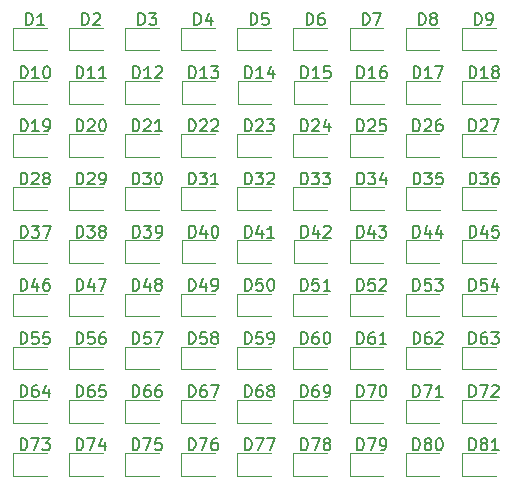
<source format=gbr>
%TF.GenerationSoftware,KiCad,Pcbnew,5.1.6*%
%TF.CreationDate,2020-08-08T21:56:00+02:00*%
%TF.ProjectId,unibatch-9x9,756e6962-6174-4636-982d-3978392e6b69,rev?*%
%TF.SameCoordinates,Original*%
%TF.FileFunction,Legend,Top*%
%TF.FilePolarity,Positive*%
%FSLAX46Y46*%
G04 Gerber Fmt 4.6, Leading zero omitted, Abs format (unit mm)*
G04 Created by KiCad (PCBNEW 5.1.6) date 2020-08-08 21:56:00*
%MOMM*%
%LPD*%
G01*
G04 APERTURE LIST*
%ADD10C,0.120000*%
%ADD11C,0.150000*%
G04 APERTURE END LIST*
D10*
%TO.C,D15*%
X27665000Y-16210000D02*
X30525000Y-16210000D01*
X27665000Y-14290000D02*
X27665000Y-16210000D01*
X30525000Y-14290000D02*
X27665000Y-14290000D01*
%TO.C,D81*%
X41890000Y-47710000D02*
X44750000Y-47710000D01*
X41890000Y-45790000D02*
X41890000Y-47710000D01*
X44750000Y-45790000D02*
X41890000Y-45790000D01*
%TO.C,D80*%
X37140000Y-47710000D02*
X40000000Y-47710000D01*
X37140000Y-45790000D02*
X37140000Y-47710000D01*
X40000000Y-45790000D02*
X37140000Y-45790000D01*
%TO.C,D79*%
X32390000Y-47710000D02*
X35250000Y-47710000D01*
X32390000Y-45790000D02*
X32390000Y-47710000D01*
X35250000Y-45790000D02*
X32390000Y-45790000D01*
%TO.C,D78*%
X27640000Y-47710000D02*
X30500000Y-47710000D01*
X27640000Y-45790000D02*
X27640000Y-47710000D01*
X30500000Y-45790000D02*
X27640000Y-45790000D01*
%TO.C,D77*%
X22890000Y-47710000D02*
X25750000Y-47710000D01*
X22890000Y-45790000D02*
X22890000Y-47710000D01*
X25750000Y-45790000D02*
X22890000Y-45790000D01*
%TO.C,D76*%
X18140000Y-47710000D02*
X21000000Y-47710000D01*
X18140000Y-45790000D02*
X18140000Y-47710000D01*
X21000000Y-45790000D02*
X18140000Y-45790000D01*
%TO.C,D75*%
X13390000Y-47710000D02*
X16250000Y-47710000D01*
X13390000Y-45790000D02*
X13390000Y-47710000D01*
X16250000Y-45790000D02*
X13390000Y-45790000D01*
%TO.C,D74*%
X8640000Y-47710000D02*
X11500000Y-47710000D01*
X8640000Y-45790000D02*
X8640000Y-47710000D01*
X11500000Y-45790000D02*
X8640000Y-45790000D01*
%TO.C,D73*%
X3890000Y-47710000D02*
X6750000Y-47710000D01*
X3890000Y-45790000D02*
X3890000Y-47710000D01*
X6750000Y-45790000D02*
X3890000Y-45790000D01*
%TO.C,D72*%
X41890000Y-43210000D02*
X44750000Y-43210000D01*
X41890000Y-41290000D02*
X41890000Y-43210000D01*
X44750000Y-41290000D02*
X41890000Y-41290000D01*
%TO.C,D71*%
X37140000Y-43210000D02*
X40000000Y-43210000D01*
X37140000Y-41290000D02*
X37140000Y-43210000D01*
X40000000Y-41290000D02*
X37140000Y-41290000D01*
%TO.C,D70*%
X32390000Y-43210000D02*
X35250000Y-43210000D01*
X32390000Y-41290000D02*
X32390000Y-43210000D01*
X35250000Y-41290000D02*
X32390000Y-41290000D01*
%TO.C,D69*%
X27640000Y-43210000D02*
X30500000Y-43210000D01*
X27640000Y-41290000D02*
X27640000Y-43210000D01*
X30500000Y-41290000D02*
X27640000Y-41290000D01*
%TO.C,D68*%
X22890000Y-43210000D02*
X25750000Y-43210000D01*
X22890000Y-41290000D02*
X22890000Y-43210000D01*
X25750000Y-41290000D02*
X22890000Y-41290000D01*
%TO.C,D67*%
X18140000Y-43210000D02*
X21000000Y-43210000D01*
X18140000Y-41290000D02*
X18140000Y-43210000D01*
X21000000Y-41290000D02*
X18140000Y-41290000D01*
%TO.C,D66*%
X13390000Y-43210000D02*
X16250000Y-43210000D01*
X13390000Y-41290000D02*
X13390000Y-43210000D01*
X16250000Y-41290000D02*
X13390000Y-41290000D01*
%TO.C,D65*%
X8640000Y-43210000D02*
X11500000Y-43210000D01*
X8640000Y-41290000D02*
X8640000Y-43210000D01*
X11500000Y-41290000D02*
X8640000Y-41290000D01*
%TO.C,D64*%
X3890000Y-43210000D02*
X6750000Y-43210000D01*
X3890000Y-41290000D02*
X3890000Y-43210000D01*
X6750000Y-41290000D02*
X3890000Y-41290000D01*
%TO.C,D63*%
X41890000Y-38710000D02*
X44750000Y-38710000D01*
X41890000Y-36790000D02*
X41890000Y-38710000D01*
X44750000Y-36790000D02*
X41890000Y-36790000D01*
%TO.C,D62*%
X37165000Y-38710000D02*
X40025000Y-38710000D01*
X37165000Y-36790000D02*
X37165000Y-38710000D01*
X40025000Y-36790000D02*
X37165000Y-36790000D01*
%TO.C,D61*%
X32390000Y-38710000D02*
X35250000Y-38710000D01*
X32390000Y-36790000D02*
X32390000Y-38710000D01*
X35250000Y-36790000D02*
X32390000Y-36790000D01*
%TO.C,D60*%
X27640000Y-38710000D02*
X30500000Y-38710000D01*
X27640000Y-36790000D02*
X27640000Y-38710000D01*
X30500000Y-36790000D02*
X27640000Y-36790000D01*
%TO.C,D59*%
X22890000Y-38710000D02*
X25750000Y-38710000D01*
X22890000Y-36790000D02*
X22890000Y-38710000D01*
X25750000Y-36790000D02*
X22890000Y-36790000D01*
%TO.C,D58*%
X18140000Y-38710000D02*
X21000000Y-38710000D01*
X18140000Y-36790000D02*
X18140000Y-38710000D01*
X21000000Y-36790000D02*
X18140000Y-36790000D01*
%TO.C,D57*%
X13390000Y-38710000D02*
X16250000Y-38710000D01*
X13390000Y-36790000D02*
X13390000Y-38710000D01*
X16250000Y-36790000D02*
X13390000Y-36790000D01*
%TO.C,D56*%
X8640000Y-38710000D02*
X11500000Y-38710000D01*
X8640000Y-36790000D02*
X8640000Y-38710000D01*
X11500000Y-36790000D02*
X8640000Y-36790000D01*
%TO.C,D55*%
X3890000Y-38710000D02*
X6750000Y-38710000D01*
X3890000Y-36790000D02*
X3890000Y-38710000D01*
X6750000Y-36790000D02*
X3890000Y-36790000D01*
%TO.C,D54*%
X41890000Y-34210000D02*
X44750000Y-34210000D01*
X41890000Y-32290000D02*
X41890000Y-34210000D01*
X44750000Y-32290000D02*
X41890000Y-32290000D01*
%TO.C,D53*%
X37140000Y-34210000D02*
X40000000Y-34210000D01*
X37140000Y-32290000D02*
X37140000Y-34210000D01*
X40000000Y-32290000D02*
X37140000Y-32290000D01*
%TO.C,D52*%
X32390000Y-34210000D02*
X35250000Y-34210000D01*
X32390000Y-32290000D02*
X32390000Y-34210000D01*
X35250000Y-32290000D02*
X32390000Y-32290000D01*
%TO.C,D51*%
X27640000Y-34210000D02*
X30500000Y-34210000D01*
X27640000Y-32290000D02*
X27640000Y-34210000D01*
X30500000Y-32290000D02*
X27640000Y-32290000D01*
%TO.C,D50*%
X22890000Y-34210000D02*
X25750000Y-34210000D01*
X22890000Y-32290000D02*
X22890000Y-34210000D01*
X25750000Y-32290000D02*
X22890000Y-32290000D01*
%TO.C,D49*%
X18140000Y-34210000D02*
X21000000Y-34210000D01*
X18140000Y-32290000D02*
X18140000Y-34210000D01*
X21000000Y-32290000D02*
X18140000Y-32290000D01*
%TO.C,D48*%
X13390000Y-34210000D02*
X16250000Y-34210000D01*
X13390000Y-32290000D02*
X13390000Y-34210000D01*
X16250000Y-32290000D02*
X13390000Y-32290000D01*
%TO.C,D47*%
X8640000Y-34210000D02*
X11500000Y-34210000D01*
X8640000Y-32290000D02*
X8640000Y-34210000D01*
X11500000Y-32290000D02*
X8640000Y-32290000D01*
%TO.C,D46*%
X3890000Y-34210000D02*
X6750000Y-34210000D01*
X3890000Y-32290000D02*
X3890000Y-34210000D01*
X6750000Y-32290000D02*
X3890000Y-32290000D01*
%TO.C,D45*%
X41915000Y-29710000D02*
X44775000Y-29710000D01*
X41915000Y-27790000D02*
X41915000Y-29710000D01*
X44775000Y-27790000D02*
X41915000Y-27790000D01*
%TO.C,D44*%
X37140000Y-29710000D02*
X40000000Y-29710000D01*
X37140000Y-27790000D02*
X37140000Y-29710000D01*
X40000000Y-27790000D02*
X37140000Y-27790000D01*
%TO.C,D43*%
X32390000Y-29710000D02*
X35250000Y-29710000D01*
X32390000Y-27790000D02*
X32390000Y-29710000D01*
X35250000Y-27790000D02*
X32390000Y-27790000D01*
%TO.C,D42*%
X27665000Y-29710000D02*
X30525000Y-29710000D01*
X27665000Y-27790000D02*
X27665000Y-29710000D01*
X30525000Y-27790000D02*
X27665000Y-27790000D01*
%TO.C,D41*%
X22890000Y-29710000D02*
X25750000Y-29710000D01*
X22890000Y-27790000D02*
X22890000Y-29710000D01*
X25750000Y-27790000D02*
X22890000Y-27790000D01*
%TO.C,D40*%
X18165000Y-29710000D02*
X21025000Y-29710000D01*
X18165000Y-27790000D02*
X18165000Y-29710000D01*
X21025000Y-27790000D02*
X18165000Y-27790000D01*
%TO.C,D39*%
X13415000Y-29710000D02*
X16275000Y-29710000D01*
X13415000Y-27790000D02*
X13415000Y-29710000D01*
X16275000Y-27790000D02*
X13415000Y-27790000D01*
%TO.C,D38*%
X8635000Y-29710000D02*
X11495000Y-29710000D01*
X8635000Y-27790000D02*
X8635000Y-29710000D01*
X11495000Y-27790000D02*
X8635000Y-27790000D01*
%TO.C,D37*%
X3915000Y-29710000D02*
X6775000Y-29710000D01*
X3915000Y-27790000D02*
X3915000Y-29710000D01*
X6775000Y-27790000D02*
X3915000Y-27790000D01*
%TO.C,D36*%
X41915000Y-25210000D02*
X44775000Y-25210000D01*
X41915000Y-23290000D02*
X41915000Y-25210000D01*
X44775000Y-23290000D02*
X41915000Y-23290000D01*
%TO.C,D35*%
X37165000Y-25210000D02*
X40025000Y-25210000D01*
X37165000Y-23290000D02*
X37165000Y-25210000D01*
X40025000Y-23290000D02*
X37165000Y-23290000D01*
%TO.C,D34*%
X32415000Y-25210000D02*
X35275000Y-25210000D01*
X32415000Y-23290000D02*
X32415000Y-25210000D01*
X35275000Y-23290000D02*
X32415000Y-23290000D01*
%TO.C,D33*%
X27640000Y-25210000D02*
X30500000Y-25210000D01*
X27640000Y-23290000D02*
X27640000Y-25210000D01*
X30500000Y-23290000D02*
X27640000Y-23290000D01*
%TO.C,D32*%
X22890000Y-25210000D02*
X25750000Y-25210000D01*
X22890000Y-23290000D02*
X22890000Y-25210000D01*
X25750000Y-23290000D02*
X22890000Y-23290000D01*
%TO.C,D31*%
X18140000Y-25210000D02*
X21000000Y-25210000D01*
X18140000Y-23290000D02*
X18140000Y-25210000D01*
X21000000Y-23290000D02*
X18140000Y-23290000D01*
%TO.C,D30*%
X13390000Y-25210000D02*
X16250000Y-25210000D01*
X13390000Y-23290000D02*
X13390000Y-25210000D01*
X16250000Y-23290000D02*
X13390000Y-23290000D01*
%TO.C,D29*%
X8640000Y-25210000D02*
X11500000Y-25210000D01*
X8640000Y-23290000D02*
X8640000Y-25210000D01*
X11500000Y-23290000D02*
X8640000Y-23290000D01*
%TO.C,D28*%
X3890000Y-25210000D02*
X6750000Y-25210000D01*
X3890000Y-23290000D02*
X3890000Y-25210000D01*
X6750000Y-23290000D02*
X3890000Y-23290000D01*
%TO.C,D27*%
X41890000Y-20710000D02*
X44750000Y-20710000D01*
X41890000Y-18790000D02*
X41890000Y-20710000D01*
X44750000Y-18790000D02*
X41890000Y-18790000D01*
%TO.C,D26*%
X37140000Y-20710000D02*
X40000000Y-20710000D01*
X37140000Y-18790000D02*
X37140000Y-20710000D01*
X40000000Y-18790000D02*
X37140000Y-18790000D01*
%TO.C,D25*%
X32390000Y-20710000D02*
X35250000Y-20710000D01*
X32390000Y-18790000D02*
X32390000Y-20710000D01*
X35250000Y-18790000D02*
X32390000Y-18790000D01*
%TO.C,D24*%
X27640000Y-20710000D02*
X30500000Y-20710000D01*
X27640000Y-18790000D02*
X27640000Y-20710000D01*
X30500000Y-18790000D02*
X27640000Y-18790000D01*
%TO.C,D23*%
X22890000Y-20710000D02*
X25750000Y-20710000D01*
X22890000Y-18790000D02*
X22890000Y-20710000D01*
X25750000Y-18790000D02*
X22890000Y-18790000D01*
%TO.C,D22*%
X18140000Y-20710000D02*
X21000000Y-20710000D01*
X18140000Y-18790000D02*
X18140000Y-20710000D01*
X21000000Y-18790000D02*
X18140000Y-18790000D01*
%TO.C,D21*%
X13390000Y-20710000D02*
X16250000Y-20710000D01*
X13390000Y-18790000D02*
X13390000Y-20710000D01*
X16250000Y-18790000D02*
X13390000Y-18790000D01*
%TO.C,D20*%
X8640000Y-20710000D02*
X11500000Y-20710000D01*
X8640000Y-18790000D02*
X8640000Y-20710000D01*
X11500000Y-18790000D02*
X8640000Y-18790000D01*
%TO.C,D19*%
X3915000Y-20710000D02*
X6775000Y-20710000D01*
X3915000Y-18790000D02*
X3915000Y-20710000D01*
X6775000Y-18790000D02*
X3915000Y-18790000D01*
%TO.C,D18*%
X41915000Y-16210000D02*
X44775000Y-16210000D01*
X41915000Y-14290000D02*
X41915000Y-16210000D01*
X44775000Y-14290000D02*
X41915000Y-14290000D01*
%TO.C,D17*%
X37165000Y-16210000D02*
X40025000Y-16210000D01*
X37165000Y-14290000D02*
X37165000Y-16210000D01*
X40025000Y-14290000D02*
X37165000Y-14290000D01*
%TO.C,D16*%
X32415000Y-16210000D02*
X35275000Y-16210000D01*
X32415000Y-14290000D02*
X32415000Y-16210000D01*
X35275000Y-14290000D02*
X32415000Y-14290000D01*
%TO.C,D14*%
X22915000Y-16210000D02*
X25775000Y-16210000D01*
X22915000Y-14290000D02*
X22915000Y-16210000D01*
X25775000Y-14290000D02*
X22915000Y-14290000D01*
%TO.C,D13*%
X18165000Y-16210000D02*
X21025000Y-16210000D01*
X18165000Y-14290000D02*
X18165000Y-16210000D01*
X21025000Y-14290000D02*
X18165000Y-14290000D01*
%TO.C,D12*%
X13415000Y-16210000D02*
X16275000Y-16210000D01*
X13415000Y-14290000D02*
X13415000Y-16210000D01*
X16275000Y-14290000D02*
X13415000Y-14290000D01*
%TO.C,D11*%
X8640000Y-16210000D02*
X11500000Y-16210000D01*
X8640000Y-14290000D02*
X8640000Y-16210000D01*
X11500000Y-14290000D02*
X8640000Y-14290000D01*
%TO.C,D10*%
X3915000Y-16210000D02*
X6775000Y-16210000D01*
X3915000Y-14290000D02*
X3915000Y-16210000D01*
X6775000Y-14290000D02*
X3915000Y-14290000D01*
%TO.C,D9*%
X41890000Y-11710000D02*
X44750000Y-11710000D01*
X41890000Y-9790000D02*
X41890000Y-11710000D01*
X44750000Y-9790000D02*
X41890000Y-9790000D01*
%TO.C,D8*%
X37140000Y-11710000D02*
X40000000Y-11710000D01*
X37140000Y-9790000D02*
X37140000Y-11710000D01*
X40000000Y-9790000D02*
X37140000Y-9790000D01*
%TO.C,D7*%
X32390000Y-11710000D02*
X35250000Y-11710000D01*
X32390000Y-9790000D02*
X32390000Y-11710000D01*
X35250000Y-9790000D02*
X32390000Y-9790000D01*
%TO.C,D6*%
X27640000Y-11710000D02*
X30500000Y-11710000D01*
X27640000Y-9790000D02*
X27640000Y-11710000D01*
X30500000Y-9790000D02*
X27640000Y-9790000D01*
%TO.C,D5*%
X22890000Y-11710000D02*
X25750000Y-11710000D01*
X22890000Y-9790000D02*
X22890000Y-11710000D01*
X25750000Y-9790000D02*
X22890000Y-9790000D01*
%TO.C,D4*%
X18140000Y-11710000D02*
X21000000Y-11710000D01*
X18140000Y-9790000D02*
X18140000Y-11710000D01*
X21000000Y-9790000D02*
X18140000Y-9790000D01*
%TO.C,D3*%
X13390000Y-11710000D02*
X16250000Y-11710000D01*
X13390000Y-9790000D02*
X13390000Y-11710000D01*
X16250000Y-9790000D02*
X13390000Y-9790000D01*
%TO.C,D2*%
X8640000Y-11710000D02*
X11500000Y-11710000D01*
X8640000Y-9790000D02*
X8640000Y-11710000D01*
X11500000Y-9790000D02*
X8640000Y-9790000D01*
%TO.C,D1*%
X3890000Y-11710000D02*
X6750000Y-11710000D01*
X3890000Y-9790000D02*
X3890000Y-11710000D01*
X6750000Y-9790000D02*
X3890000Y-9790000D01*
%TO.C,D15*%
D11*
X28310714Y-14052380D02*
X28310714Y-13052380D01*
X28548809Y-13052380D01*
X28691666Y-13100000D01*
X28786904Y-13195238D01*
X28834523Y-13290476D01*
X28882142Y-13480952D01*
X28882142Y-13623809D01*
X28834523Y-13814285D01*
X28786904Y-13909523D01*
X28691666Y-14004761D01*
X28548809Y-14052380D01*
X28310714Y-14052380D01*
X29834523Y-14052380D02*
X29263095Y-14052380D01*
X29548809Y-14052380D02*
X29548809Y-13052380D01*
X29453571Y-13195238D01*
X29358333Y-13290476D01*
X29263095Y-13338095D01*
X30739285Y-13052380D02*
X30263095Y-13052380D01*
X30215476Y-13528571D01*
X30263095Y-13480952D01*
X30358333Y-13433333D01*
X30596428Y-13433333D01*
X30691666Y-13480952D01*
X30739285Y-13528571D01*
X30786904Y-13623809D01*
X30786904Y-13861904D01*
X30739285Y-13957142D01*
X30691666Y-14004761D01*
X30596428Y-14052380D01*
X30358333Y-14052380D01*
X30263095Y-14004761D01*
X30215476Y-13957142D01*
%TO.C,D81*%
X42535714Y-45552380D02*
X42535714Y-44552380D01*
X42773809Y-44552380D01*
X42916666Y-44600000D01*
X43011904Y-44695238D01*
X43059523Y-44790476D01*
X43107142Y-44980952D01*
X43107142Y-45123809D01*
X43059523Y-45314285D01*
X43011904Y-45409523D01*
X42916666Y-45504761D01*
X42773809Y-45552380D01*
X42535714Y-45552380D01*
X43678571Y-44980952D02*
X43583333Y-44933333D01*
X43535714Y-44885714D01*
X43488095Y-44790476D01*
X43488095Y-44742857D01*
X43535714Y-44647619D01*
X43583333Y-44600000D01*
X43678571Y-44552380D01*
X43869047Y-44552380D01*
X43964285Y-44600000D01*
X44011904Y-44647619D01*
X44059523Y-44742857D01*
X44059523Y-44790476D01*
X44011904Y-44885714D01*
X43964285Y-44933333D01*
X43869047Y-44980952D01*
X43678571Y-44980952D01*
X43583333Y-45028571D01*
X43535714Y-45076190D01*
X43488095Y-45171428D01*
X43488095Y-45361904D01*
X43535714Y-45457142D01*
X43583333Y-45504761D01*
X43678571Y-45552380D01*
X43869047Y-45552380D01*
X43964285Y-45504761D01*
X44011904Y-45457142D01*
X44059523Y-45361904D01*
X44059523Y-45171428D01*
X44011904Y-45076190D01*
X43964285Y-45028571D01*
X43869047Y-44980952D01*
X45011904Y-45552380D02*
X44440476Y-45552380D01*
X44726190Y-45552380D02*
X44726190Y-44552380D01*
X44630952Y-44695238D01*
X44535714Y-44790476D01*
X44440476Y-44838095D01*
%TO.C,D80*%
X37785714Y-45552380D02*
X37785714Y-44552380D01*
X38023809Y-44552380D01*
X38166666Y-44600000D01*
X38261904Y-44695238D01*
X38309523Y-44790476D01*
X38357142Y-44980952D01*
X38357142Y-45123809D01*
X38309523Y-45314285D01*
X38261904Y-45409523D01*
X38166666Y-45504761D01*
X38023809Y-45552380D01*
X37785714Y-45552380D01*
X38928571Y-44980952D02*
X38833333Y-44933333D01*
X38785714Y-44885714D01*
X38738095Y-44790476D01*
X38738095Y-44742857D01*
X38785714Y-44647619D01*
X38833333Y-44600000D01*
X38928571Y-44552380D01*
X39119047Y-44552380D01*
X39214285Y-44600000D01*
X39261904Y-44647619D01*
X39309523Y-44742857D01*
X39309523Y-44790476D01*
X39261904Y-44885714D01*
X39214285Y-44933333D01*
X39119047Y-44980952D01*
X38928571Y-44980952D01*
X38833333Y-45028571D01*
X38785714Y-45076190D01*
X38738095Y-45171428D01*
X38738095Y-45361904D01*
X38785714Y-45457142D01*
X38833333Y-45504761D01*
X38928571Y-45552380D01*
X39119047Y-45552380D01*
X39214285Y-45504761D01*
X39261904Y-45457142D01*
X39309523Y-45361904D01*
X39309523Y-45171428D01*
X39261904Y-45076190D01*
X39214285Y-45028571D01*
X39119047Y-44980952D01*
X39928571Y-44552380D02*
X40023809Y-44552380D01*
X40119047Y-44600000D01*
X40166666Y-44647619D01*
X40214285Y-44742857D01*
X40261904Y-44933333D01*
X40261904Y-45171428D01*
X40214285Y-45361904D01*
X40166666Y-45457142D01*
X40119047Y-45504761D01*
X40023809Y-45552380D01*
X39928571Y-45552380D01*
X39833333Y-45504761D01*
X39785714Y-45457142D01*
X39738095Y-45361904D01*
X39690476Y-45171428D01*
X39690476Y-44933333D01*
X39738095Y-44742857D01*
X39785714Y-44647619D01*
X39833333Y-44600000D01*
X39928571Y-44552380D01*
%TO.C,D79*%
X33035714Y-45552380D02*
X33035714Y-44552380D01*
X33273809Y-44552380D01*
X33416666Y-44600000D01*
X33511904Y-44695238D01*
X33559523Y-44790476D01*
X33607142Y-44980952D01*
X33607142Y-45123809D01*
X33559523Y-45314285D01*
X33511904Y-45409523D01*
X33416666Y-45504761D01*
X33273809Y-45552380D01*
X33035714Y-45552380D01*
X33940476Y-44552380D02*
X34607142Y-44552380D01*
X34178571Y-45552380D01*
X35035714Y-45552380D02*
X35226190Y-45552380D01*
X35321428Y-45504761D01*
X35369047Y-45457142D01*
X35464285Y-45314285D01*
X35511904Y-45123809D01*
X35511904Y-44742857D01*
X35464285Y-44647619D01*
X35416666Y-44600000D01*
X35321428Y-44552380D01*
X35130952Y-44552380D01*
X35035714Y-44600000D01*
X34988095Y-44647619D01*
X34940476Y-44742857D01*
X34940476Y-44980952D01*
X34988095Y-45076190D01*
X35035714Y-45123809D01*
X35130952Y-45171428D01*
X35321428Y-45171428D01*
X35416666Y-45123809D01*
X35464285Y-45076190D01*
X35511904Y-44980952D01*
%TO.C,D78*%
X28285714Y-45552380D02*
X28285714Y-44552380D01*
X28523809Y-44552380D01*
X28666666Y-44600000D01*
X28761904Y-44695238D01*
X28809523Y-44790476D01*
X28857142Y-44980952D01*
X28857142Y-45123809D01*
X28809523Y-45314285D01*
X28761904Y-45409523D01*
X28666666Y-45504761D01*
X28523809Y-45552380D01*
X28285714Y-45552380D01*
X29190476Y-44552380D02*
X29857142Y-44552380D01*
X29428571Y-45552380D01*
X30380952Y-44980952D02*
X30285714Y-44933333D01*
X30238095Y-44885714D01*
X30190476Y-44790476D01*
X30190476Y-44742857D01*
X30238095Y-44647619D01*
X30285714Y-44600000D01*
X30380952Y-44552380D01*
X30571428Y-44552380D01*
X30666666Y-44600000D01*
X30714285Y-44647619D01*
X30761904Y-44742857D01*
X30761904Y-44790476D01*
X30714285Y-44885714D01*
X30666666Y-44933333D01*
X30571428Y-44980952D01*
X30380952Y-44980952D01*
X30285714Y-45028571D01*
X30238095Y-45076190D01*
X30190476Y-45171428D01*
X30190476Y-45361904D01*
X30238095Y-45457142D01*
X30285714Y-45504761D01*
X30380952Y-45552380D01*
X30571428Y-45552380D01*
X30666666Y-45504761D01*
X30714285Y-45457142D01*
X30761904Y-45361904D01*
X30761904Y-45171428D01*
X30714285Y-45076190D01*
X30666666Y-45028571D01*
X30571428Y-44980952D01*
%TO.C,D77*%
X23535714Y-45552380D02*
X23535714Y-44552380D01*
X23773809Y-44552380D01*
X23916666Y-44600000D01*
X24011904Y-44695238D01*
X24059523Y-44790476D01*
X24107142Y-44980952D01*
X24107142Y-45123809D01*
X24059523Y-45314285D01*
X24011904Y-45409523D01*
X23916666Y-45504761D01*
X23773809Y-45552380D01*
X23535714Y-45552380D01*
X24440476Y-44552380D02*
X25107142Y-44552380D01*
X24678571Y-45552380D01*
X25392857Y-44552380D02*
X26059523Y-44552380D01*
X25630952Y-45552380D01*
%TO.C,D76*%
X18785714Y-45552380D02*
X18785714Y-44552380D01*
X19023809Y-44552380D01*
X19166666Y-44600000D01*
X19261904Y-44695238D01*
X19309523Y-44790476D01*
X19357142Y-44980952D01*
X19357142Y-45123809D01*
X19309523Y-45314285D01*
X19261904Y-45409523D01*
X19166666Y-45504761D01*
X19023809Y-45552380D01*
X18785714Y-45552380D01*
X19690476Y-44552380D02*
X20357142Y-44552380D01*
X19928571Y-45552380D01*
X21166666Y-44552380D02*
X20976190Y-44552380D01*
X20880952Y-44600000D01*
X20833333Y-44647619D01*
X20738095Y-44790476D01*
X20690476Y-44980952D01*
X20690476Y-45361904D01*
X20738095Y-45457142D01*
X20785714Y-45504761D01*
X20880952Y-45552380D01*
X21071428Y-45552380D01*
X21166666Y-45504761D01*
X21214285Y-45457142D01*
X21261904Y-45361904D01*
X21261904Y-45123809D01*
X21214285Y-45028571D01*
X21166666Y-44980952D01*
X21071428Y-44933333D01*
X20880952Y-44933333D01*
X20785714Y-44980952D01*
X20738095Y-45028571D01*
X20690476Y-45123809D01*
%TO.C,D75*%
X14035714Y-45552380D02*
X14035714Y-44552380D01*
X14273809Y-44552380D01*
X14416666Y-44600000D01*
X14511904Y-44695238D01*
X14559523Y-44790476D01*
X14607142Y-44980952D01*
X14607142Y-45123809D01*
X14559523Y-45314285D01*
X14511904Y-45409523D01*
X14416666Y-45504761D01*
X14273809Y-45552380D01*
X14035714Y-45552380D01*
X14940476Y-44552380D02*
X15607142Y-44552380D01*
X15178571Y-45552380D01*
X16464285Y-44552380D02*
X15988095Y-44552380D01*
X15940476Y-45028571D01*
X15988095Y-44980952D01*
X16083333Y-44933333D01*
X16321428Y-44933333D01*
X16416666Y-44980952D01*
X16464285Y-45028571D01*
X16511904Y-45123809D01*
X16511904Y-45361904D01*
X16464285Y-45457142D01*
X16416666Y-45504761D01*
X16321428Y-45552380D01*
X16083333Y-45552380D01*
X15988095Y-45504761D01*
X15940476Y-45457142D01*
%TO.C,D74*%
X9285714Y-45552380D02*
X9285714Y-44552380D01*
X9523809Y-44552380D01*
X9666666Y-44600000D01*
X9761904Y-44695238D01*
X9809523Y-44790476D01*
X9857142Y-44980952D01*
X9857142Y-45123809D01*
X9809523Y-45314285D01*
X9761904Y-45409523D01*
X9666666Y-45504761D01*
X9523809Y-45552380D01*
X9285714Y-45552380D01*
X10190476Y-44552380D02*
X10857142Y-44552380D01*
X10428571Y-45552380D01*
X11666666Y-44885714D02*
X11666666Y-45552380D01*
X11428571Y-44504761D02*
X11190476Y-45219047D01*
X11809523Y-45219047D01*
%TO.C,D73*%
X4535714Y-45552380D02*
X4535714Y-44552380D01*
X4773809Y-44552380D01*
X4916666Y-44600000D01*
X5011904Y-44695238D01*
X5059523Y-44790476D01*
X5107142Y-44980952D01*
X5107142Y-45123809D01*
X5059523Y-45314285D01*
X5011904Y-45409523D01*
X4916666Y-45504761D01*
X4773809Y-45552380D01*
X4535714Y-45552380D01*
X5440476Y-44552380D02*
X6107142Y-44552380D01*
X5678571Y-45552380D01*
X6392857Y-44552380D02*
X7011904Y-44552380D01*
X6678571Y-44933333D01*
X6821428Y-44933333D01*
X6916666Y-44980952D01*
X6964285Y-45028571D01*
X7011904Y-45123809D01*
X7011904Y-45361904D01*
X6964285Y-45457142D01*
X6916666Y-45504761D01*
X6821428Y-45552380D01*
X6535714Y-45552380D01*
X6440476Y-45504761D01*
X6392857Y-45457142D01*
%TO.C,D72*%
X42535714Y-41052380D02*
X42535714Y-40052380D01*
X42773809Y-40052380D01*
X42916666Y-40100000D01*
X43011904Y-40195238D01*
X43059523Y-40290476D01*
X43107142Y-40480952D01*
X43107142Y-40623809D01*
X43059523Y-40814285D01*
X43011904Y-40909523D01*
X42916666Y-41004761D01*
X42773809Y-41052380D01*
X42535714Y-41052380D01*
X43440476Y-40052380D02*
X44107142Y-40052380D01*
X43678571Y-41052380D01*
X44440476Y-40147619D02*
X44488095Y-40100000D01*
X44583333Y-40052380D01*
X44821428Y-40052380D01*
X44916666Y-40100000D01*
X44964285Y-40147619D01*
X45011904Y-40242857D01*
X45011904Y-40338095D01*
X44964285Y-40480952D01*
X44392857Y-41052380D01*
X45011904Y-41052380D01*
%TO.C,D71*%
X37785714Y-41052380D02*
X37785714Y-40052380D01*
X38023809Y-40052380D01*
X38166666Y-40100000D01*
X38261904Y-40195238D01*
X38309523Y-40290476D01*
X38357142Y-40480952D01*
X38357142Y-40623809D01*
X38309523Y-40814285D01*
X38261904Y-40909523D01*
X38166666Y-41004761D01*
X38023809Y-41052380D01*
X37785714Y-41052380D01*
X38690476Y-40052380D02*
X39357142Y-40052380D01*
X38928571Y-41052380D01*
X40261904Y-41052380D02*
X39690476Y-41052380D01*
X39976190Y-41052380D02*
X39976190Y-40052380D01*
X39880952Y-40195238D01*
X39785714Y-40290476D01*
X39690476Y-40338095D01*
%TO.C,D70*%
X33035714Y-41052380D02*
X33035714Y-40052380D01*
X33273809Y-40052380D01*
X33416666Y-40100000D01*
X33511904Y-40195238D01*
X33559523Y-40290476D01*
X33607142Y-40480952D01*
X33607142Y-40623809D01*
X33559523Y-40814285D01*
X33511904Y-40909523D01*
X33416666Y-41004761D01*
X33273809Y-41052380D01*
X33035714Y-41052380D01*
X33940476Y-40052380D02*
X34607142Y-40052380D01*
X34178571Y-41052380D01*
X35178571Y-40052380D02*
X35273809Y-40052380D01*
X35369047Y-40100000D01*
X35416666Y-40147619D01*
X35464285Y-40242857D01*
X35511904Y-40433333D01*
X35511904Y-40671428D01*
X35464285Y-40861904D01*
X35416666Y-40957142D01*
X35369047Y-41004761D01*
X35273809Y-41052380D01*
X35178571Y-41052380D01*
X35083333Y-41004761D01*
X35035714Y-40957142D01*
X34988095Y-40861904D01*
X34940476Y-40671428D01*
X34940476Y-40433333D01*
X34988095Y-40242857D01*
X35035714Y-40147619D01*
X35083333Y-40100000D01*
X35178571Y-40052380D01*
%TO.C,D69*%
X28285714Y-41052380D02*
X28285714Y-40052380D01*
X28523809Y-40052380D01*
X28666666Y-40100000D01*
X28761904Y-40195238D01*
X28809523Y-40290476D01*
X28857142Y-40480952D01*
X28857142Y-40623809D01*
X28809523Y-40814285D01*
X28761904Y-40909523D01*
X28666666Y-41004761D01*
X28523809Y-41052380D01*
X28285714Y-41052380D01*
X29714285Y-40052380D02*
X29523809Y-40052380D01*
X29428571Y-40100000D01*
X29380952Y-40147619D01*
X29285714Y-40290476D01*
X29238095Y-40480952D01*
X29238095Y-40861904D01*
X29285714Y-40957142D01*
X29333333Y-41004761D01*
X29428571Y-41052380D01*
X29619047Y-41052380D01*
X29714285Y-41004761D01*
X29761904Y-40957142D01*
X29809523Y-40861904D01*
X29809523Y-40623809D01*
X29761904Y-40528571D01*
X29714285Y-40480952D01*
X29619047Y-40433333D01*
X29428571Y-40433333D01*
X29333333Y-40480952D01*
X29285714Y-40528571D01*
X29238095Y-40623809D01*
X30285714Y-41052380D02*
X30476190Y-41052380D01*
X30571428Y-41004761D01*
X30619047Y-40957142D01*
X30714285Y-40814285D01*
X30761904Y-40623809D01*
X30761904Y-40242857D01*
X30714285Y-40147619D01*
X30666666Y-40100000D01*
X30571428Y-40052380D01*
X30380952Y-40052380D01*
X30285714Y-40100000D01*
X30238095Y-40147619D01*
X30190476Y-40242857D01*
X30190476Y-40480952D01*
X30238095Y-40576190D01*
X30285714Y-40623809D01*
X30380952Y-40671428D01*
X30571428Y-40671428D01*
X30666666Y-40623809D01*
X30714285Y-40576190D01*
X30761904Y-40480952D01*
%TO.C,D68*%
X23535714Y-41052380D02*
X23535714Y-40052380D01*
X23773809Y-40052380D01*
X23916666Y-40100000D01*
X24011904Y-40195238D01*
X24059523Y-40290476D01*
X24107142Y-40480952D01*
X24107142Y-40623809D01*
X24059523Y-40814285D01*
X24011904Y-40909523D01*
X23916666Y-41004761D01*
X23773809Y-41052380D01*
X23535714Y-41052380D01*
X24964285Y-40052380D02*
X24773809Y-40052380D01*
X24678571Y-40100000D01*
X24630952Y-40147619D01*
X24535714Y-40290476D01*
X24488095Y-40480952D01*
X24488095Y-40861904D01*
X24535714Y-40957142D01*
X24583333Y-41004761D01*
X24678571Y-41052380D01*
X24869047Y-41052380D01*
X24964285Y-41004761D01*
X25011904Y-40957142D01*
X25059523Y-40861904D01*
X25059523Y-40623809D01*
X25011904Y-40528571D01*
X24964285Y-40480952D01*
X24869047Y-40433333D01*
X24678571Y-40433333D01*
X24583333Y-40480952D01*
X24535714Y-40528571D01*
X24488095Y-40623809D01*
X25630952Y-40480952D02*
X25535714Y-40433333D01*
X25488095Y-40385714D01*
X25440476Y-40290476D01*
X25440476Y-40242857D01*
X25488095Y-40147619D01*
X25535714Y-40100000D01*
X25630952Y-40052380D01*
X25821428Y-40052380D01*
X25916666Y-40100000D01*
X25964285Y-40147619D01*
X26011904Y-40242857D01*
X26011904Y-40290476D01*
X25964285Y-40385714D01*
X25916666Y-40433333D01*
X25821428Y-40480952D01*
X25630952Y-40480952D01*
X25535714Y-40528571D01*
X25488095Y-40576190D01*
X25440476Y-40671428D01*
X25440476Y-40861904D01*
X25488095Y-40957142D01*
X25535714Y-41004761D01*
X25630952Y-41052380D01*
X25821428Y-41052380D01*
X25916666Y-41004761D01*
X25964285Y-40957142D01*
X26011904Y-40861904D01*
X26011904Y-40671428D01*
X25964285Y-40576190D01*
X25916666Y-40528571D01*
X25821428Y-40480952D01*
%TO.C,D67*%
X18785714Y-41052380D02*
X18785714Y-40052380D01*
X19023809Y-40052380D01*
X19166666Y-40100000D01*
X19261904Y-40195238D01*
X19309523Y-40290476D01*
X19357142Y-40480952D01*
X19357142Y-40623809D01*
X19309523Y-40814285D01*
X19261904Y-40909523D01*
X19166666Y-41004761D01*
X19023809Y-41052380D01*
X18785714Y-41052380D01*
X20214285Y-40052380D02*
X20023809Y-40052380D01*
X19928571Y-40100000D01*
X19880952Y-40147619D01*
X19785714Y-40290476D01*
X19738095Y-40480952D01*
X19738095Y-40861904D01*
X19785714Y-40957142D01*
X19833333Y-41004761D01*
X19928571Y-41052380D01*
X20119047Y-41052380D01*
X20214285Y-41004761D01*
X20261904Y-40957142D01*
X20309523Y-40861904D01*
X20309523Y-40623809D01*
X20261904Y-40528571D01*
X20214285Y-40480952D01*
X20119047Y-40433333D01*
X19928571Y-40433333D01*
X19833333Y-40480952D01*
X19785714Y-40528571D01*
X19738095Y-40623809D01*
X20642857Y-40052380D02*
X21309523Y-40052380D01*
X20880952Y-41052380D01*
%TO.C,D66*%
X14035714Y-41052380D02*
X14035714Y-40052380D01*
X14273809Y-40052380D01*
X14416666Y-40100000D01*
X14511904Y-40195238D01*
X14559523Y-40290476D01*
X14607142Y-40480952D01*
X14607142Y-40623809D01*
X14559523Y-40814285D01*
X14511904Y-40909523D01*
X14416666Y-41004761D01*
X14273809Y-41052380D01*
X14035714Y-41052380D01*
X15464285Y-40052380D02*
X15273809Y-40052380D01*
X15178571Y-40100000D01*
X15130952Y-40147619D01*
X15035714Y-40290476D01*
X14988095Y-40480952D01*
X14988095Y-40861904D01*
X15035714Y-40957142D01*
X15083333Y-41004761D01*
X15178571Y-41052380D01*
X15369047Y-41052380D01*
X15464285Y-41004761D01*
X15511904Y-40957142D01*
X15559523Y-40861904D01*
X15559523Y-40623809D01*
X15511904Y-40528571D01*
X15464285Y-40480952D01*
X15369047Y-40433333D01*
X15178571Y-40433333D01*
X15083333Y-40480952D01*
X15035714Y-40528571D01*
X14988095Y-40623809D01*
X16416666Y-40052380D02*
X16226190Y-40052380D01*
X16130952Y-40100000D01*
X16083333Y-40147619D01*
X15988095Y-40290476D01*
X15940476Y-40480952D01*
X15940476Y-40861904D01*
X15988095Y-40957142D01*
X16035714Y-41004761D01*
X16130952Y-41052380D01*
X16321428Y-41052380D01*
X16416666Y-41004761D01*
X16464285Y-40957142D01*
X16511904Y-40861904D01*
X16511904Y-40623809D01*
X16464285Y-40528571D01*
X16416666Y-40480952D01*
X16321428Y-40433333D01*
X16130952Y-40433333D01*
X16035714Y-40480952D01*
X15988095Y-40528571D01*
X15940476Y-40623809D01*
%TO.C,D65*%
X9285714Y-41052380D02*
X9285714Y-40052380D01*
X9523809Y-40052380D01*
X9666666Y-40100000D01*
X9761904Y-40195238D01*
X9809523Y-40290476D01*
X9857142Y-40480952D01*
X9857142Y-40623809D01*
X9809523Y-40814285D01*
X9761904Y-40909523D01*
X9666666Y-41004761D01*
X9523809Y-41052380D01*
X9285714Y-41052380D01*
X10714285Y-40052380D02*
X10523809Y-40052380D01*
X10428571Y-40100000D01*
X10380952Y-40147619D01*
X10285714Y-40290476D01*
X10238095Y-40480952D01*
X10238095Y-40861904D01*
X10285714Y-40957142D01*
X10333333Y-41004761D01*
X10428571Y-41052380D01*
X10619047Y-41052380D01*
X10714285Y-41004761D01*
X10761904Y-40957142D01*
X10809523Y-40861904D01*
X10809523Y-40623809D01*
X10761904Y-40528571D01*
X10714285Y-40480952D01*
X10619047Y-40433333D01*
X10428571Y-40433333D01*
X10333333Y-40480952D01*
X10285714Y-40528571D01*
X10238095Y-40623809D01*
X11714285Y-40052380D02*
X11238095Y-40052380D01*
X11190476Y-40528571D01*
X11238095Y-40480952D01*
X11333333Y-40433333D01*
X11571428Y-40433333D01*
X11666666Y-40480952D01*
X11714285Y-40528571D01*
X11761904Y-40623809D01*
X11761904Y-40861904D01*
X11714285Y-40957142D01*
X11666666Y-41004761D01*
X11571428Y-41052380D01*
X11333333Y-41052380D01*
X11238095Y-41004761D01*
X11190476Y-40957142D01*
%TO.C,D64*%
X4535714Y-41052380D02*
X4535714Y-40052380D01*
X4773809Y-40052380D01*
X4916666Y-40100000D01*
X5011904Y-40195238D01*
X5059523Y-40290476D01*
X5107142Y-40480952D01*
X5107142Y-40623809D01*
X5059523Y-40814285D01*
X5011904Y-40909523D01*
X4916666Y-41004761D01*
X4773809Y-41052380D01*
X4535714Y-41052380D01*
X5964285Y-40052380D02*
X5773809Y-40052380D01*
X5678571Y-40100000D01*
X5630952Y-40147619D01*
X5535714Y-40290476D01*
X5488095Y-40480952D01*
X5488095Y-40861904D01*
X5535714Y-40957142D01*
X5583333Y-41004761D01*
X5678571Y-41052380D01*
X5869047Y-41052380D01*
X5964285Y-41004761D01*
X6011904Y-40957142D01*
X6059523Y-40861904D01*
X6059523Y-40623809D01*
X6011904Y-40528571D01*
X5964285Y-40480952D01*
X5869047Y-40433333D01*
X5678571Y-40433333D01*
X5583333Y-40480952D01*
X5535714Y-40528571D01*
X5488095Y-40623809D01*
X6916666Y-40385714D02*
X6916666Y-41052380D01*
X6678571Y-40004761D02*
X6440476Y-40719047D01*
X7059523Y-40719047D01*
%TO.C,D63*%
X42535714Y-36552380D02*
X42535714Y-35552380D01*
X42773809Y-35552380D01*
X42916666Y-35600000D01*
X43011904Y-35695238D01*
X43059523Y-35790476D01*
X43107142Y-35980952D01*
X43107142Y-36123809D01*
X43059523Y-36314285D01*
X43011904Y-36409523D01*
X42916666Y-36504761D01*
X42773809Y-36552380D01*
X42535714Y-36552380D01*
X43964285Y-35552380D02*
X43773809Y-35552380D01*
X43678571Y-35600000D01*
X43630952Y-35647619D01*
X43535714Y-35790476D01*
X43488095Y-35980952D01*
X43488095Y-36361904D01*
X43535714Y-36457142D01*
X43583333Y-36504761D01*
X43678571Y-36552380D01*
X43869047Y-36552380D01*
X43964285Y-36504761D01*
X44011904Y-36457142D01*
X44059523Y-36361904D01*
X44059523Y-36123809D01*
X44011904Y-36028571D01*
X43964285Y-35980952D01*
X43869047Y-35933333D01*
X43678571Y-35933333D01*
X43583333Y-35980952D01*
X43535714Y-36028571D01*
X43488095Y-36123809D01*
X44392857Y-35552380D02*
X45011904Y-35552380D01*
X44678571Y-35933333D01*
X44821428Y-35933333D01*
X44916666Y-35980952D01*
X44964285Y-36028571D01*
X45011904Y-36123809D01*
X45011904Y-36361904D01*
X44964285Y-36457142D01*
X44916666Y-36504761D01*
X44821428Y-36552380D01*
X44535714Y-36552380D01*
X44440476Y-36504761D01*
X44392857Y-36457142D01*
%TO.C,D62*%
X37810714Y-36552380D02*
X37810714Y-35552380D01*
X38048809Y-35552380D01*
X38191666Y-35600000D01*
X38286904Y-35695238D01*
X38334523Y-35790476D01*
X38382142Y-35980952D01*
X38382142Y-36123809D01*
X38334523Y-36314285D01*
X38286904Y-36409523D01*
X38191666Y-36504761D01*
X38048809Y-36552380D01*
X37810714Y-36552380D01*
X39239285Y-35552380D02*
X39048809Y-35552380D01*
X38953571Y-35600000D01*
X38905952Y-35647619D01*
X38810714Y-35790476D01*
X38763095Y-35980952D01*
X38763095Y-36361904D01*
X38810714Y-36457142D01*
X38858333Y-36504761D01*
X38953571Y-36552380D01*
X39144047Y-36552380D01*
X39239285Y-36504761D01*
X39286904Y-36457142D01*
X39334523Y-36361904D01*
X39334523Y-36123809D01*
X39286904Y-36028571D01*
X39239285Y-35980952D01*
X39144047Y-35933333D01*
X38953571Y-35933333D01*
X38858333Y-35980952D01*
X38810714Y-36028571D01*
X38763095Y-36123809D01*
X39715476Y-35647619D02*
X39763095Y-35600000D01*
X39858333Y-35552380D01*
X40096428Y-35552380D01*
X40191666Y-35600000D01*
X40239285Y-35647619D01*
X40286904Y-35742857D01*
X40286904Y-35838095D01*
X40239285Y-35980952D01*
X39667857Y-36552380D01*
X40286904Y-36552380D01*
%TO.C,D61*%
X33035714Y-36552380D02*
X33035714Y-35552380D01*
X33273809Y-35552380D01*
X33416666Y-35600000D01*
X33511904Y-35695238D01*
X33559523Y-35790476D01*
X33607142Y-35980952D01*
X33607142Y-36123809D01*
X33559523Y-36314285D01*
X33511904Y-36409523D01*
X33416666Y-36504761D01*
X33273809Y-36552380D01*
X33035714Y-36552380D01*
X34464285Y-35552380D02*
X34273809Y-35552380D01*
X34178571Y-35600000D01*
X34130952Y-35647619D01*
X34035714Y-35790476D01*
X33988095Y-35980952D01*
X33988095Y-36361904D01*
X34035714Y-36457142D01*
X34083333Y-36504761D01*
X34178571Y-36552380D01*
X34369047Y-36552380D01*
X34464285Y-36504761D01*
X34511904Y-36457142D01*
X34559523Y-36361904D01*
X34559523Y-36123809D01*
X34511904Y-36028571D01*
X34464285Y-35980952D01*
X34369047Y-35933333D01*
X34178571Y-35933333D01*
X34083333Y-35980952D01*
X34035714Y-36028571D01*
X33988095Y-36123809D01*
X35511904Y-36552380D02*
X34940476Y-36552380D01*
X35226190Y-36552380D02*
X35226190Y-35552380D01*
X35130952Y-35695238D01*
X35035714Y-35790476D01*
X34940476Y-35838095D01*
%TO.C,D60*%
X28285714Y-36552380D02*
X28285714Y-35552380D01*
X28523809Y-35552380D01*
X28666666Y-35600000D01*
X28761904Y-35695238D01*
X28809523Y-35790476D01*
X28857142Y-35980952D01*
X28857142Y-36123809D01*
X28809523Y-36314285D01*
X28761904Y-36409523D01*
X28666666Y-36504761D01*
X28523809Y-36552380D01*
X28285714Y-36552380D01*
X29714285Y-35552380D02*
X29523809Y-35552380D01*
X29428571Y-35600000D01*
X29380952Y-35647619D01*
X29285714Y-35790476D01*
X29238095Y-35980952D01*
X29238095Y-36361904D01*
X29285714Y-36457142D01*
X29333333Y-36504761D01*
X29428571Y-36552380D01*
X29619047Y-36552380D01*
X29714285Y-36504761D01*
X29761904Y-36457142D01*
X29809523Y-36361904D01*
X29809523Y-36123809D01*
X29761904Y-36028571D01*
X29714285Y-35980952D01*
X29619047Y-35933333D01*
X29428571Y-35933333D01*
X29333333Y-35980952D01*
X29285714Y-36028571D01*
X29238095Y-36123809D01*
X30428571Y-35552380D02*
X30523809Y-35552380D01*
X30619047Y-35600000D01*
X30666666Y-35647619D01*
X30714285Y-35742857D01*
X30761904Y-35933333D01*
X30761904Y-36171428D01*
X30714285Y-36361904D01*
X30666666Y-36457142D01*
X30619047Y-36504761D01*
X30523809Y-36552380D01*
X30428571Y-36552380D01*
X30333333Y-36504761D01*
X30285714Y-36457142D01*
X30238095Y-36361904D01*
X30190476Y-36171428D01*
X30190476Y-35933333D01*
X30238095Y-35742857D01*
X30285714Y-35647619D01*
X30333333Y-35600000D01*
X30428571Y-35552380D01*
%TO.C,D59*%
X23535714Y-36552380D02*
X23535714Y-35552380D01*
X23773809Y-35552380D01*
X23916666Y-35600000D01*
X24011904Y-35695238D01*
X24059523Y-35790476D01*
X24107142Y-35980952D01*
X24107142Y-36123809D01*
X24059523Y-36314285D01*
X24011904Y-36409523D01*
X23916666Y-36504761D01*
X23773809Y-36552380D01*
X23535714Y-36552380D01*
X25011904Y-35552380D02*
X24535714Y-35552380D01*
X24488095Y-36028571D01*
X24535714Y-35980952D01*
X24630952Y-35933333D01*
X24869047Y-35933333D01*
X24964285Y-35980952D01*
X25011904Y-36028571D01*
X25059523Y-36123809D01*
X25059523Y-36361904D01*
X25011904Y-36457142D01*
X24964285Y-36504761D01*
X24869047Y-36552380D01*
X24630952Y-36552380D01*
X24535714Y-36504761D01*
X24488095Y-36457142D01*
X25535714Y-36552380D02*
X25726190Y-36552380D01*
X25821428Y-36504761D01*
X25869047Y-36457142D01*
X25964285Y-36314285D01*
X26011904Y-36123809D01*
X26011904Y-35742857D01*
X25964285Y-35647619D01*
X25916666Y-35600000D01*
X25821428Y-35552380D01*
X25630952Y-35552380D01*
X25535714Y-35600000D01*
X25488095Y-35647619D01*
X25440476Y-35742857D01*
X25440476Y-35980952D01*
X25488095Y-36076190D01*
X25535714Y-36123809D01*
X25630952Y-36171428D01*
X25821428Y-36171428D01*
X25916666Y-36123809D01*
X25964285Y-36076190D01*
X26011904Y-35980952D01*
%TO.C,D58*%
X18785714Y-36552380D02*
X18785714Y-35552380D01*
X19023809Y-35552380D01*
X19166666Y-35600000D01*
X19261904Y-35695238D01*
X19309523Y-35790476D01*
X19357142Y-35980952D01*
X19357142Y-36123809D01*
X19309523Y-36314285D01*
X19261904Y-36409523D01*
X19166666Y-36504761D01*
X19023809Y-36552380D01*
X18785714Y-36552380D01*
X20261904Y-35552380D02*
X19785714Y-35552380D01*
X19738095Y-36028571D01*
X19785714Y-35980952D01*
X19880952Y-35933333D01*
X20119047Y-35933333D01*
X20214285Y-35980952D01*
X20261904Y-36028571D01*
X20309523Y-36123809D01*
X20309523Y-36361904D01*
X20261904Y-36457142D01*
X20214285Y-36504761D01*
X20119047Y-36552380D01*
X19880952Y-36552380D01*
X19785714Y-36504761D01*
X19738095Y-36457142D01*
X20880952Y-35980952D02*
X20785714Y-35933333D01*
X20738095Y-35885714D01*
X20690476Y-35790476D01*
X20690476Y-35742857D01*
X20738095Y-35647619D01*
X20785714Y-35600000D01*
X20880952Y-35552380D01*
X21071428Y-35552380D01*
X21166666Y-35600000D01*
X21214285Y-35647619D01*
X21261904Y-35742857D01*
X21261904Y-35790476D01*
X21214285Y-35885714D01*
X21166666Y-35933333D01*
X21071428Y-35980952D01*
X20880952Y-35980952D01*
X20785714Y-36028571D01*
X20738095Y-36076190D01*
X20690476Y-36171428D01*
X20690476Y-36361904D01*
X20738095Y-36457142D01*
X20785714Y-36504761D01*
X20880952Y-36552380D01*
X21071428Y-36552380D01*
X21166666Y-36504761D01*
X21214285Y-36457142D01*
X21261904Y-36361904D01*
X21261904Y-36171428D01*
X21214285Y-36076190D01*
X21166666Y-36028571D01*
X21071428Y-35980952D01*
%TO.C,D57*%
X14035714Y-36552380D02*
X14035714Y-35552380D01*
X14273809Y-35552380D01*
X14416666Y-35600000D01*
X14511904Y-35695238D01*
X14559523Y-35790476D01*
X14607142Y-35980952D01*
X14607142Y-36123809D01*
X14559523Y-36314285D01*
X14511904Y-36409523D01*
X14416666Y-36504761D01*
X14273809Y-36552380D01*
X14035714Y-36552380D01*
X15511904Y-35552380D02*
X15035714Y-35552380D01*
X14988095Y-36028571D01*
X15035714Y-35980952D01*
X15130952Y-35933333D01*
X15369047Y-35933333D01*
X15464285Y-35980952D01*
X15511904Y-36028571D01*
X15559523Y-36123809D01*
X15559523Y-36361904D01*
X15511904Y-36457142D01*
X15464285Y-36504761D01*
X15369047Y-36552380D01*
X15130952Y-36552380D01*
X15035714Y-36504761D01*
X14988095Y-36457142D01*
X15892857Y-35552380D02*
X16559523Y-35552380D01*
X16130952Y-36552380D01*
%TO.C,D56*%
X9285714Y-36552380D02*
X9285714Y-35552380D01*
X9523809Y-35552380D01*
X9666666Y-35600000D01*
X9761904Y-35695238D01*
X9809523Y-35790476D01*
X9857142Y-35980952D01*
X9857142Y-36123809D01*
X9809523Y-36314285D01*
X9761904Y-36409523D01*
X9666666Y-36504761D01*
X9523809Y-36552380D01*
X9285714Y-36552380D01*
X10761904Y-35552380D02*
X10285714Y-35552380D01*
X10238095Y-36028571D01*
X10285714Y-35980952D01*
X10380952Y-35933333D01*
X10619047Y-35933333D01*
X10714285Y-35980952D01*
X10761904Y-36028571D01*
X10809523Y-36123809D01*
X10809523Y-36361904D01*
X10761904Y-36457142D01*
X10714285Y-36504761D01*
X10619047Y-36552380D01*
X10380952Y-36552380D01*
X10285714Y-36504761D01*
X10238095Y-36457142D01*
X11666666Y-35552380D02*
X11476190Y-35552380D01*
X11380952Y-35600000D01*
X11333333Y-35647619D01*
X11238095Y-35790476D01*
X11190476Y-35980952D01*
X11190476Y-36361904D01*
X11238095Y-36457142D01*
X11285714Y-36504761D01*
X11380952Y-36552380D01*
X11571428Y-36552380D01*
X11666666Y-36504761D01*
X11714285Y-36457142D01*
X11761904Y-36361904D01*
X11761904Y-36123809D01*
X11714285Y-36028571D01*
X11666666Y-35980952D01*
X11571428Y-35933333D01*
X11380952Y-35933333D01*
X11285714Y-35980952D01*
X11238095Y-36028571D01*
X11190476Y-36123809D01*
%TO.C,D55*%
X4535714Y-36552380D02*
X4535714Y-35552380D01*
X4773809Y-35552380D01*
X4916666Y-35600000D01*
X5011904Y-35695238D01*
X5059523Y-35790476D01*
X5107142Y-35980952D01*
X5107142Y-36123809D01*
X5059523Y-36314285D01*
X5011904Y-36409523D01*
X4916666Y-36504761D01*
X4773809Y-36552380D01*
X4535714Y-36552380D01*
X6011904Y-35552380D02*
X5535714Y-35552380D01*
X5488095Y-36028571D01*
X5535714Y-35980952D01*
X5630952Y-35933333D01*
X5869047Y-35933333D01*
X5964285Y-35980952D01*
X6011904Y-36028571D01*
X6059523Y-36123809D01*
X6059523Y-36361904D01*
X6011904Y-36457142D01*
X5964285Y-36504761D01*
X5869047Y-36552380D01*
X5630952Y-36552380D01*
X5535714Y-36504761D01*
X5488095Y-36457142D01*
X6964285Y-35552380D02*
X6488095Y-35552380D01*
X6440476Y-36028571D01*
X6488095Y-35980952D01*
X6583333Y-35933333D01*
X6821428Y-35933333D01*
X6916666Y-35980952D01*
X6964285Y-36028571D01*
X7011904Y-36123809D01*
X7011904Y-36361904D01*
X6964285Y-36457142D01*
X6916666Y-36504761D01*
X6821428Y-36552380D01*
X6583333Y-36552380D01*
X6488095Y-36504761D01*
X6440476Y-36457142D01*
%TO.C,D54*%
X42535714Y-32052380D02*
X42535714Y-31052380D01*
X42773809Y-31052380D01*
X42916666Y-31100000D01*
X43011904Y-31195238D01*
X43059523Y-31290476D01*
X43107142Y-31480952D01*
X43107142Y-31623809D01*
X43059523Y-31814285D01*
X43011904Y-31909523D01*
X42916666Y-32004761D01*
X42773809Y-32052380D01*
X42535714Y-32052380D01*
X44011904Y-31052380D02*
X43535714Y-31052380D01*
X43488095Y-31528571D01*
X43535714Y-31480952D01*
X43630952Y-31433333D01*
X43869047Y-31433333D01*
X43964285Y-31480952D01*
X44011904Y-31528571D01*
X44059523Y-31623809D01*
X44059523Y-31861904D01*
X44011904Y-31957142D01*
X43964285Y-32004761D01*
X43869047Y-32052380D01*
X43630952Y-32052380D01*
X43535714Y-32004761D01*
X43488095Y-31957142D01*
X44916666Y-31385714D02*
X44916666Y-32052380D01*
X44678571Y-31004761D02*
X44440476Y-31719047D01*
X45059523Y-31719047D01*
%TO.C,D53*%
X37785714Y-32052380D02*
X37785714Y-31052380D01*
X38023809Y-31052380D01*
X38166666Y-31100000D01*
X38261904Y-31195238D01*
X38309523Y-31290476D01*
X38357142Y-31480952D01*
X38357142Y-31623809D01*
X38309523Y-31814285D01*
X38261904Y-31909523D01*
X38166666Y-32004761D01*
X38023809Y-32052380D01*
X37785714Y-32052380D01*
X39261904Y-31052380D02*
X38785714Y-31052380D01*
X38738095Y-31528571D01*
X38785714Y-31480952D01*
X38880952Y-31433333D01*
X39119047Y-31433333D01*
X39214285Y-31480952D01*
X39261904Y-31528571D01*
X39309523Y-31623809D01*
X39309523Y-31861904D01*
X39261904Y-31957142D01*
X39214285Y-32004761D01*
X39119047Y-32052380D01*
X38880952Y-32052380D01*
X38785714Y-32004761D01*
X38738095Y-31957142D01*
X39642857Y-31052380D02*
X40261904Y-31052380D01*
X39928571Y-31433333D01*
X40071428Y-31433333D01*
X40166666Y-31480952D01*
X40214285Y-31528571D01*
X40261904Y-31623809D01*
X40261904Y-31861904D01*
X40214285Y-31957142D01*
X40166666Y-32004761D01*
X40071428Y-32052380D01*
X39785714Y-32052380D01*
X39690476Y-32004761D01*
X39642857Y-31957142D01*
%TO.C,D52*%
X33035714Y-32052380D02*
X33035714Y-31052380D01*
X33273809Y-31052380D01*
X33416666Y-31100000D01*
X33511904Y-31195238D01*
X33559523Y-31290476D01*
X33607142Y-31480952D01*
X33607142Y-31623809D01*
X33559523Y-31814285D01*
X33511904Y-31909523D01*
X33416666Y-32004761D01*
X33273809Y-32052380D01*
X33035714Y-32052380D01*
X34511904Y-31052380D02*
X34035714Y-31052380D01*
X33988095Y-31528571D01*
X34035714Y-31480952D01*
X34130952Y-31433333D01*
X34369047Y-31433333D01*
X34464285Y-31480952D01*
X34511904Y-31528571D01*
X34559523Y-31623809D01*
X34559523Y-31861904D01*
X34511904Y-31957142D01*
X34464285Y-32004761D01*
X34369047Y-32052380D01*
X34130952Y-32052380D01*
X34035714Y-32004761D01*
X33988095Y-31957142D01*
X34940476Y-31147619D02*
X34988095Y-31100000D01*
X35083333Y-31052380D01*
X35321428Y-31052380D01*
X35416666Y-31100000D01*
X35464285Y-31147619D01*
X35511904Y-31242857D01*
X35511904Y-31338095D01*
X35464285Y-31480952D01*
X34892857Y-32052380D01*
X35511904Y-32052380D01*
%TO.C,D51*%
X28285714Y-32052380D02*
X28285714Y-31052380D01*
X28523809Y-31052380D01*
X28666666Y-31100000D01*
X28761904Y-31195238D01*
X28809523Y-31290476D01*
X28857142Y-31480952D01*
X28857142Y-31623809D01*
X28809523Y-31814285D01*
X28761904Y-31909523D01*
X28666666Y-32004761D01*
X28523809Y-32052380D01*
X28285714Y-32052380D01*
X29761904Y-31052380D02*
X29285714Y-31052380D01*
X29238095Y-31528571D01*
X29285714Y-31480952D01*
X29380952Y-31433333D01*
X29619047Y-31433333D01*
X29714285Y-31480952D01*
X29761904Y-31528571D01*
X29809523Y-31623809D01*
X29809523Y-31861904D01*
X29761904Y-31957142D01*
X29714285Y-32004761D01*
X29619047Y-32052380D01*
X29380952Y-32052380D01*
X29285714Y-32004761D01*
X29238095Y-31957142D01*
X30761904Y-32052380D02*
X30190476Y-32052380D01*
X30476190Y-32052380D02*
X30476190Y-31052380D01*
X30380952Y-31195238D01*
X30285714Y-31290476D01*
X30190476Y-31338095D01*
%TO.C,D50*%
X23535714Y-32052380D02*
X23535714Y-31052380D01*
X23773809Y-31052380D01*
X23916666Y-31100000D01*
X24011904Y-31195238D01*
X24059523Y-31290476D01*
X24107142Y-31480952D01*
X24107142Y-31623809D01*
X24059523Y-31814285D01*
X24011904Y-31909523D01*
X23916666Y-32004761D01*
X23773809Y-32052380D01*
X23535714Y-32052380D01*
X25011904Y-31052380D02*
X24535714Y-31052380D01*
X24488095Y-31528571D01*
X24535714Y-31480952D01*
X24630952Y-31433333D01*
X24869047Y-31433333D01*
X24964285Y-31480952D01*
X25011904Y-31528571D01*
X25059523Y-31623809D01*
X25059523Y-31861904D01*
X25011904Y-31957142D01*
X24964285Y-32004761D01*
X24869047Y-32052380D01*
X24630952Y-32052380D01*
X24535714Y-32004761D01*
X24488095Y-31957142D01*
X25678571Y-31052380D02*
X25773809Y-31052380D01*
X25869047Y-31100000D01*
X25916666Y-31147619D01*
X25964285Y-31242857D01*
X26011904Y-31433333D01*
X26011904Y-31671428D01*
X25964285Y-31861904D01*
X25916666Y-31957142D01*
X25869047Y-32004761D01*
X25773809Y-32052380D01*
X25678571Y-32052380D01*
X25583333Y-32004761D01*
X25535714Y-31957142D01*
X25488095Y-31861904D01*
X25440476Y-31671428D01*
X25440476Y-31433333D01*
X25488095Y-31242857D01*
X25535714Y-31147619D01*
X25583333Y-31100000D01*
X25678571Y-31052380D01*
%TO.C,D49*%
X18785714Y-32052380D02*
X18785714Y-31052380D01*
X19023809Y-31052380D01*
X19166666Y-31100000D01*
X19261904Y-31195238D01*
X19309523Y-31290476D01*
X19357142Y-31480952D01*
X19357142Y-31623809D01*
X19309523Y-31814285D01*
X19261904Y-31909523D01*
X19166666Y-32004761D01*
X19023809Y-32052380D01*
X18785714Y-32052380D01*
X20214285Y-31385714D02*
X20214285Y-32052380D01*
X19976190Y-31004761D02*
X19738095Y-31719047D01*
X20357142Y-31719047D01*
X20785714Y-32052380D02*
X20976190Y-32052380D01*
X21071428Y-32004761D01*
X21119047Y-31957142D01*
X21214285Y-31814285D01*
X21261904Y-31623809D01*
X21261904Y-31242857D01*
X21214285Y-31147619D01*
X21166666Y-31100000D01*
X21071428Y-31052380D01*
X20880952Y-31052380D01*
X20785714Y-31100000D01*
X20738095Y-31147619D01*
X20690476Y-31242857D01*
X20690476Y-31480952D01*
X20738095Y-31576190D01*
X20785714Y-31623809D01*
X20880952Y-31671428D01*
X21071428Y-31671428D01*
X21166666Y-31623809D01*
X21214285Y-31576190D01*
X21261904Y-31480952D01*
%TO.C,D48*%
X14035714Y-32052380D02*
X14035714Y-31052380D01*
X14273809Y-31052380D01*
X14416666Y-31100000D01*
X14511904Y-31195238D01*
X14559523Y-31290476D01*
X14607142Y-31480952D01*
X14607142Y-31623809D01*
X14559523Y-31814285D01*
X14511904Y-31909523D01*
X14416666Y-32004761D01*
X14273809Y-32052380D01*
X14035714Y-32052380D01*
X15464285Y-31385714D02*
X15464285Y-32052380D01*
X15226190Y-31004761D02*
X14988095Y-31719047D01*
X15607142Y-31719047D01*
X16130952Y-31480952D02*
X16035714Y-31433333D01*
X15988095Y-31385714D01*
X15940476Y-31290476D01*
X15940476Y-31242857D01*
X15988095Y-31147619D01*
X16035714Y-31100000D01*
X16130952Y-31052380D01*
X16321428Y-31052380D01*
X16416666Y-31100000D01*
X16464285Y-31147619D01*
X16511904Y-31242857D01*
X16511904Y-31290476D01*
X16464285Y-31385714D01*
X16416666Y-31433333D01*
X16321428Y-31480952D01*
X16130952Y-31480952D01*
X16035714Y-31528571D01*
X15988095Y-31576190D01*
X15940476Y-31671428D01*
X15940476Y-31861904D01*
X15988095Y-31957142D01*
X16035714Y-32004761D01*
X16130952Y-32052380D01*
X16321428Y-32052380D01*
X16416666Y-32004761D01*
X16464285Y-31957142D01*
X16511904Y-31861904D01*
X16511904Y-31671428D01*
X16464285Y-31576190D01*
X16416666Y-31528571D01*
X16321428Y-31480952D01*
%TO.C,D47*%
X9285714Y-32052380D02*
X9285714Y-31052380D01*
X9523809Y-31052380D01*
X9666666Y-31100000D01*
X9761904Y-31195238D01*
X9809523Y-31290476D01*
X9857142Y-31480952D01*
X9857142Y-31623809D01*
X9809523Y-31814285D01*
X9761904Y-31909523D01*
X9666666Y-32004761D01*
X9523809Y-32052380D01*
X9285714Y-32052380D01*
X10714285Y-31385714D02*
X10714285Y-32052380D01*
X10476190Y-31004761D02*
X10238095Y-31719047D01*
X10857142Y-31719047D01*
X11142857Y-31052380D02*
X11809523Y-31052380D01*
X11380952Y-32052380D01*
%TO.C,D46*%
X4535714Y-32052380D02*
X4535714Y-31052380D01*
X4773809Y-31052380D01*
X4916666Y-31100000D01*
X5011904Y-31195238D01*
X5059523Y-31290476D01*
X5107142Y-31480952D01*
X5107142Y-31623809D01*
X5059523Y-31814285D01*
X5011904Y-31909523D01*
X4916666Y-32004761D01*
X4773809Y-32052380D01*
X4535714Y-32052380D01*
X5964285Y-31385714D02*
X5964285Y-32052380D01*
X5726190Y-31004761D02*
X5488095Y-31719047D01*
X6107142Y-31719047D01*
X6916666Y-31052380D02*
X6726190Y-31052380D01*
X6630952Y-31100000D01*
X6583333Y-31147619D01*
X6488095Y-31290476D01*
X6440476Y-31480952D01*
X6440476Y-31861904D01*
X6488095Y-31957142D01*
X6535714Y-32004761D01*
X6630952Y-32052380D01*
X6821428Y-32052380D01*
X6916666Y-32004761D01*
X6964285Y-31957142D01*
X7011904Y-31861904D01*
X7011904Y-31623809D01*
X6964285Y-31528571D01*
X6916666Y-31480952D01*
X6821428Y-31433333D01*
X6630952Y-31433333D01*
X6535714Y-31480952D01*
X6488095Y-31528571D01*
X6440476Y-31623809D01*
%TO.C,D45*%
X42560714Y-27552380D02*
X42560714Y-26552380D01*
X42798809Y-26552380D01*
X42941666Y-26600000D01*
X43036904Y-26695238D01*
X43084523Y-26790476D01*
X43132142Y-26980952D01*
X43132142Y-27123809D01*
X43084523Y-27314285D01*
X43036904Y-27409523D01*
X42941666Y-27504761D01*
X42798809Y-27552380D01*
X42560714Y-27552380D01*
X43989285Y-26885714D02*
X43989285Y-27552380D01*
X43751190Y-26504761D02*
X43513095Y-27219047D01*
X44132142Y-27219047D01*
X44989285Y-26552380D02*
X44513095Y-26552380D01*
X44465476Y-27028571D01*
X44513095Y-26980952D01*
X44608333Y-26933333D01*
X44846428Y-26933333D01*
X44941666Y-26980952D01*
X44989285Y-27028571D01*
X45036904Y-27123809D01*
X45036904Y-27361904D01*
X44989285Y-27457142D01*
X44941666Y-27504761D01*
X44846428Y-27552380D01*
X44608333Y-27552380D01*
X44513095Y-27504761D01*
X44465476Y-27457142D01*
%TO.C,D44*%
X37785714Y-27552380D02*
X37785714Y-26552380D01*
X38023809Y-26552380D01*
X38166666Y-26600000D01*
X38261904Y-26695238D01*
X38309523Y-26790476D01*
X38357142Y-26980952D01*
X38357142Y-27123809D01*
X38309523Y-27314285D01*
X38261904Y-27409523D01*
X38166666Y-27504761D01*
X38023809Y-27552380D01*
X37785714Y-27552380D01*
X39214285Y-26885714D02*
X39214285Y-27552380D01*
X38976190Y-26504761D02*
X38738095Y-27219047D01*
X39357142Y-27219047D01*
X40166666Y-26885714D02*
X40166666Y-27552380D01*
X39928571Y-26504761D02*
X39690476Y-27219047D01*
X40309523Y-27219047D01*
%TO.C,D43*%
X33035714Y-27552380D02*
X33035714Y-26552380D01*
X33273809Y-26552380D01*
X33416666Y-26600000D01*
X33511904Y-26695238D01*
X33559523Y-26790476D01*
X33607142Y-26980952D01*
X33607142Y-27123809D01*
X33559523Y-27314285D01*
X33511904Y-27409523D01*
X33416666Y-27504761D01*
X33273809Y-27552380D01*
X33035714Y-27552380D01*
X34464285Y-26885714D02*
X34464285Y-27552380D01*
X34226190Y-26504761D02*
X33988095Y-27219047D01*
X34607142Y-27219047D01*
X34892857Y-26552380D02*
X35511904Y-26552380D01*
X35178571Y-26933333D01*
X35321428Y-26933333D01*
X35416666Y-26980952D01*
X35464285Y-27028571D01*
X35511904Y-27123809D01*
X35511904Y-27361904D01*
X35464285Y-27457142D01*
X35416666Y-27504761D01*
X35321428Y-27552380D01*
X35035714Y-27552380D01*
X34940476Y-27504761D01*
X34892857Y-27457142D01*
%TO.C,D42*%
X28310714Y-27552380D02*
X28310714Y-26552380D01*
X28548809Y-26552380D01*
X28691666Y-26600000D01*
X28786904Y-26695238D01*
X28834523Y-26790476D01*
X28882142Y-26980952D01*
X28882142Y-27123809D01*
X28834523Y-27314285D01*
X28786904Y-27409523D01*
X28691666Y-27504761D01*
X28548809Y-27552380D01*
X28310714Y-27552380D01*
X29739285Y-26885714D02*
X29739285Y-27552380D01*
X29501190Y-26504761D02*
X29263095Y-27219047D01*
X29882142Y-27219047D01*
X30215476Y-26647619D02*
X30263095Y-26600000D01*
X30358333Y-26552380D01*
X30596428Y-26552380D01*
X30691666Y-26600000D01*
X30739285Y-26647619D01*
X30786904Y-26742857D01*
X30786904Y-26838095D01*
X30739285Y-26980952D01*
X30167857Y-27552380D01*
X30786904Y-27552380D01*
%TO.C,D41*%
X23535714Y-27552380D02*
X23535714Y-26552380D01*
X23773809Y-26552380D01*
X23916666Y-26600000D01*
X24011904Y-26695238D01*
X24059523Y-26790476D01*
X24107142Y-26980952D01*
X24107142Y-27123809D01*
X24059523Y-27314285D01*
X24011904Y-27409523D01*
X23916666Y-27504761D01*
X23773809Y-27552380D01*
X23535714Y-27552380D01*
X24964285Y-26885714D02*
X24964285Y-27552380D01*
X24726190Y-26504761D02*
X24488095Y-27219047D01*
X25107142Y-27219047D01*
X26011904Y-27552380D02*
X25440476Y-27552380D01*
X25726190Y-27552380D02*
X25726190Y-26552380D01*
X25630952Y-26695238D01*
X25535714Y-26790476D01*
X25440476Y-26838095D01*
%TO.C,D40*%
X18810714Y-27552380D02*
X18810714Y-26552380D01*
X19048809Y-26552380D01*
X19191666Y-26600000D01*
X19286904Y-26695238D01*
X19334523Y-26790476D01*
X19382142Y-26980952D01*
X19382142Y-27123809D01*
X19334523Y-27314285D01*
X19286904Y-27409523D01*
X19191666Y-27504761D01*
X19048809Y-27552380D01*
X18810714Y-27552380D01*
X20239285Y-26885714D02*
X20239285Y-27552380D01*
X20001190Y-26504761D02*
X19763095Y-27219047D01*
X20382142Y-27219047D01*
X20953571Y-26552380D02*
X21048809Y-26552380D01*
X21144047Y-26600000D01*
X21191666Y-26647619D01*
X21239285Y-26742857D01*
X21286904Y-26933333D01*
X21286904Y-27171428D01*
X21239285Y-27361904D01*
X21191666Y-27457142D01*
X21144047Y-27504761D01*
X21048809Y-27552380D01*
X20953571Y-27552380D01*
X20858333Y-27504761D01*
X20810714Y-27457142D01*
X20763095Y-27361904D01*
X20715476Y-27171428D01*
X20715476Y-26933333D01*
X20763095Y-26742857D01*
X20810714Y-26647619D01*
X20858333Y-26600000D01*
X20953571Y-26552380D01*
%TO.C,D39*%
X14060714Y-27552380D02*
X14060714Y-26552380D01*
X14298809Y-26552380D01*
X14441666Y-26600000D01*
X14536904Y-26695238D01*
X14584523Y-26790476D01*
X14632142Y-26980952D01*
X14632142Y-27123809D01*
X14584523Y-27314285D01*
X14536904Y-27409523D01*
X14441666Y-27504761D01*
X14298809Y-27552380D01*
X14060714Y-27552380D01*
X14965476Y-26552380D02*
X15584523Y-26552380D01*
X15251190Y-26933333D01*
X15394047Y-26933333D01*
X15489285Y-26980952D01*
X15536904Y-27028571D01*
X15584523Y-27123809D01*
X15584523Y-27361904D01*
X15536904Y-27457142D01*
X15489285Y-27504761D01*
X15394047Y-27552380D01*
X15108333Y-27552380D01*
X15013095Y-27504761D01*
X14965476Y-27457142D01*
X16060714Y-27552380D02*
X16251190Y-27552380D01*
X16346428Y-27504761D01*
X16394047Y-27457142D01*
X16489285Y-27314285D01*
X16536904Y-27123809D01*
X16536904Y-26742857D01*
X16489285Y-26647619D01*
X16441666Y-26600000D01*
X16346428Y-26552380D01*
X16155952Y-26552380D01*
X16060714Y-26600000D01*
X16013095Y-26647619D01*
X15965476Y-26742857D01*
X15965476Y-26980952D01*
X16013095Y-27076190D01*
X16060714Y-27123809D01*
X16155952Y-27171428D01*
X16346428Y-27171428D01*
X16441666Y-27123809D01*
X16489285Y-27076190D01*
X16536904Y-26980952D01*
%TO.C,D38*%
X9280714Y-27552380D02*
X9280714Y-26552380D01*
X9518809Y-26552380D01*
X9661666Y-26600000D01*
X9756904Y-26695238D01*
X9804523Y-26790476D01*
X9852142Y-26980952D01*
X9852142Y-27123809D01*
X9804523Y-27314285D01*
X9756904Y-27409523D01*
X9661666Y-27504761D01*
X9518809Y-27552380D01*
X9280714Y-27552380D01*
X10185476Y-26552380D02*
X10804523Y-26552380D01*
X10471190Y-26933333D01*
X10614047Y-26933333D01*
X10709285Y-26980952D01*
X10756904Y-27028571D01*
X10804523Y-27123809D01*
X10804523Y-27361904D01*
X10756904Y-27457142D01*
X10709285Y-27504761D01*
X10614047Y-27552380D01*
X10328333Y-27552380D01*
X10233095Y-27504761D01*
X10185476Y-27457142D01*
X11375952Y-26980952D02*
X11280714Y-26933333D01*
X11233095Y-26885714D01*
X11185476Y-26790476D01*
X11185476Y-26742857D01*
X11233095Y-26647619D01*
X11280714Y-26600000D01*
X11375952Y-26552380D01*
X11566428Y-26552380D01*
X11661666Y-26600000D01*
X11709285Y-26647619D01*
X11756904Y-26742857D01*
X11756904Y-26790476D01*
X11709285Y-26885714D01*
X11661666Y-26933333D01*
X11566428Y-26980952D01*
X11375952Y-26980952D01*
X11280714Y-27028571D01*
X11233095Y-27076190D01*
X11185476Y-27171428D01*
X11185476Y-27361904D01*
X11233095Y-27457142D01*
X11280714Y-27504761D01*
X11375952Y-27552380D01*
X11566428Y-27552380D01*
X11661666Y-27504761D01*
X11709285Y-27457142D01*
X11756904Y-27361904D01*
X11756904Y-27171428D01*
X11709285Y-27076190D01*
X11661666Y-27028571D01*
X11566428Y-26980952D01*
%TO.C,D37*%
X4560714Y-27552380D02*
X4560714Y-26552380D01*
X4798809Y-26552380D01*
X4941666Y-26600000D01*
X5036904Y-26695238D01*
X5084523Y-26790476D01*
X5132142Y-26980952D01*
X5132142Y-27123809D01*
X5084523Y-27314285D01*
X5036904Y-27409523D01*
X4941666Y-27504761D01*
X4798809Y-27552380D01*
X4560714Y-27552380D01*
X5465476Y-26552380D02*
X6084523Y-26552380D01*
X5751190Y-26933333D01*
X5894047Y-26933333D01*
X5989285Y-26980952D01*
X6036904Y-27028571D01*
X6084523Y-27123809D01*
X6084523Y-27361904D01*
X6036904Y-27457142D01*
X5989285Y-27504761D01*
X5894047Y-27552380D01*
X5608333Y-27552380D01*
X5513095Y-27504761D01*
X5465476Y-27457142D01*
X6417857Y-26552380D02*
X7084523Y-26552380D01*
X6655952Y-27552380D01*
%TO.C,D36*%
X42560714Y-23052380D02*
X42560714Y-22052380D01*
X42798809Y-22052380D01*
X42941666Y-22100000D01*
X43036904Y-22195238D01*
X43084523Y-22290476D01*
X43132142Y-22480952D01*
X43132142Y-22623809D01*
X43084523Y-22814285D01*
X43036904Y-22909523D01*
X42941666Y-23004761D01*
X42798809Y-23052380D01*
X42560714Y-23052380D01*
X43465476Y-22052380D02*
X44084523Y-22052380D01*
X43751190Y-22433333D01*
X43894047Y-22433333D01*
X43989285Y-22480952D01*
X44036904Y-22528571D01*
X44084523Y-22623809D01*
X44084523Y-22861904D01*
X44036904Y-22957142D01*
X43989285Y-23004761D01*
X43894047Y-23052380D01*
X43608333Y-23052380D01*
X43513095Y-23004761D01*
X43465476Y-22957142D01*
X44941666Y-22052380D02*
X44751190Y-22052380D01*
X44655952Y-22100000D01*
X44608333Y-22147619D01*
X44513095Y-22290476D01*
X44465476Y-22480952D01*
X44465476Y-22861904D01*
X44513095Y-22957142D01*
X44560714Y-23004761D01*
X44655952Y-23052380D01*
X44846428Y-23052380D01*
X44941666Y-23004761D01*
X44989285Y-22957142D01*
X45036904Y-22861904D01*
X45036904Y-22623809D01*
X44989285Y-22528571D01*
X44941666Y-22480952D01*
X44846428Y-22433333D01*
X44655952Y-22433333D01*
X44560714Y-22480952D01*
X44513095Y-22528571D01*
X44465476Y-22623809D01*
%TO.C,D35*%
X37810714Y-23052380D02*
X37810714Y-22052380D01*
X38048809Y-22052380D01*
X38191666Y-22100000D01*
X38286904Y-22195238D01*
X38334523Y-22290476D01*
X38382142Y-22480952D01*
X38382142Y-22623809D01*
X38334523Y-22814285D01*
X38286904Y-22909523D01*
X38191666Y-23004761D01*
X38048809Y-23052380D01*
X37810714Y-23052380D01*
X38715476Y-22052380D02*
X39334523Y-22052380D01*
X39001190Y-22433333D01*
X39144047Y-22433333D01*
X39239285Y-22480952D01*
X39286904Y-22528571D01*
X39334523Y-22623809D01*
X39334523Y-22861904D01*
X39286904Y-22957142D01*
X39239285Y-23004761D01*
X39144047Y-23052380D01*
X38858333Y-23052380D01*
X38763095Y-23004761D01*
X38715476Y-22957142D01*
X40239285Y-22052380D02*
X39763095Y-22052380D01*
X39715476Y-22528571D01*
X39763095Y-22480952D01*
X39858333Y-22433333D01*
X40096428Y-22433333D01*
X40191666Y-22480952D01*
X40239285Y-22528571D01*
X40286904Y-22623809D01*
X40286904Y-22861904D01*
X40239285Y-22957142D01*
X40191666Y-23004761D01*
X40096428Y-23052380D01*
X39858333Y-23052380D01*
X39763095Y-23004761D01*
X39715476Y-22957142D01*
%TO.C,D34*%
X33060714Y-23052380D02*
X33060714Y-22052380D01*
X33298809Y-22052380D01*
X33441666Y-22100000D01*
X33536904Y-22195238D01*
X33584523Y-22290476D01*
X33632142Y-22480952D01*
X33632142Y-22623809D01*
X33584523Y-22814285D01*
X33536904Y-22909523D01*
X33441666Y-23004761D01*
X33298809Y-23052380D01*
X33060714Y-23052380D01*
X33965476Y-22052380D02*
X34584523Y-22052380D01*
X34251190Y-22433333D01*
X34394047Y-22433333D01*
X34489285Y-22480952D01*
X34536904Y-22528571D01*
X34584523Y-22623809D01*
X34584523Y-22861904D01*
X34536904Y-22957142D01*
X34489285Y-23004761D01*
X34394047Y-23052380D01*
X34108333Y-23052380D01*
X34013095Y-23004761D01*
X33965476Y-22957142D01*
X35441666Y-22385714D02*
X35441666Y-23052380D01*
X35203571Y-22004761D02*
X34965476Y-22719047D01*
X35584523Y-22719047D01*
%TO.C,D33*%
X28285714Y-23052380D02*
X28285714Y-22052380D01*
X28523809Y-22052380D01*
X28666666Y-22100000D01*
X28761904Y-22195238D01*
X28809523Y-22290476D01*
X28857142Y-22480952D01*
X28857142Y-22623809D01*
X28809523Y-22814285D01*
X28761904Y-22909523D01*
X28666666Y-23004761D01*
X28523809Y-23052380D01*
X28285714Y-23052380D01*
X29190476Y-22052380D02*
X29809523Y-22052380D01*
X29476190Y-22433333D01*
X29619047Y-22433333D01*
X29714285Y-22480952D01*
X29761904Y-22528571D01*
X29809523Y-22623809D01*
X29809523Y-22861904D01*
X29761904Y-22957142D01*
X29714285Y-23004761D01*
X29619047Y-23052380D01*
X29333333Y-23052380D01*
X29238095Y-23004761D01*
X29190476Y-22957142D01*
X30142857Y-22052380D02*
X30761904Y-22052380D01*
X30428571Y-22433333D01*
X30571428Y-22433333D01*
X30666666Y-22480952D01*
X30714285Y-22528571D01*
X30761904Y-22623809D01*
X30761904Y-22861904D01*
X30714285Y-22957142D01*
X30666666Y-23004761D01*
X30571428Y-23052380D01*
X30285714Y-23052380D01*
X30190476Y-23004761D01*
X30142857Y-22957142D01*
%TO.C,D32*%
X23535714Y-23052380D02*
X23535714Y-22052380D01*
X23773809Y-22052380D01*
X23916666Y-22100000D01*
X24011904Y-22195238D01*
X24059523Y-22290476D01*
X24107142Y-22480952D01*
X24107142Y-22623809D01*
X24059523Y-22814285D01*
X24011904Y-22909523D01*
X23916666Y-23004761D01*
X23773809Y-23052380D01*
X23535714Y-23052380D01*
X24440476Y-22052380D02*
X25059523Y-22052380D01*
X24726190Y-22433333D01*
X24869047Y-22433333D01*
X24964285Y-22480952D01*
X25011904Y-22528571D01*
X25059523Y-22623809D01*
X25059523Y-22861904D01*
X25011904Y-22957142D01*
X24964285Y-23004761D01*
X24869047Y-23052380D01*
X24583333Y-23052380D01*
X24488095Y-23004761D01*
X24440476Y-22957142D01*
X25440476Y-22147619D02*
X25488095Y-22100000D01*
X25583333Y-22052380D01*
X25821428Y-22052380D01*
X25916666Y-22100000D01*
X25964285Y-22147619D01*
X26011904Y-22242857D01*
X26011904Y-22338095D01*
X25964285Y-22480952D01*
X25392857Y-23052380D01*
X26011904Y-23052380D01*
%TO.C,D31*%
X18785714Y-23052380D02*
X18785714Y-22052380D01*
X19023809Y-22052380D01*
X19166666Y-22100000D01*
X19261904Y-22195238D01*
X19309523Y-22290476D01*
X19357142Y-22480952D01*
X19357142Y-22623809D01*
X19309523Y-22814285D01*
X19261904Y-22909523D01*
X19166666Y-23004761D01*
X19023809Y-23052380D01*
X18785714Y-23052380D01*
X19690476Y-22052380D02*
X20309523Y-22052380D01*
X19976190Y-22433333D01*
X20119047Y-22433333D01*
X20214285Y-22480952D01*
X20261904Y-22528571D01*
X20309523Y-22623809D01*
X20309523Y-22861904D01*
X20261904Y-22957142D01*
X20214285Y-23004761D01*
X20119047Y-23052380D01*
X19833333Y-23052380D01*
X19738095Y-23004761D01*
X19690476Y-22957142D01*
X21261904Y-23052380D02*
X20690476Y-23052380D01*
X20976190Y-23052380D02*
X20976190Y-22052380D01*
X20880952Y-22195238D01*
X20785714Y-22290476D01*
X20690476Y-22338095D01*
%TO.C,D30*%
X14035714Y-23052380D02*
X14035714Y-22052380D01*
X14273809Y-22052380D01*
X14416666Y-22100000D01*
X14511904Y-22195238D01*
X14559523Y-22290476D01*
X14607142Y-22480952D01*
X14607142Y-22623809D01*
X14559523Y-22814285D01*
X14511904Y-22909523D01*
X14416666Y-23004761D01*
X14273809Y-23052380D01*
X14035714Y-23052380D01*
X14940476Y-22052380D02*
X15559523Y-22052380D01*
X15226190Y-22433333D01*
X15369047Y-22433333D01*
X15464285Y-22480952D01*
X15511904Y-22528571D01*
X15559523Y-22623809D01*
X15559523Y-22861904D01*
X15511904Y-22957142D01*
X15464285Y-23004761D01*
X15369047Y-23052380D01*
X15083333Y-23052380D01*
X14988095Y-23004761D01*
X14940476Y-22957142D01*
X16178571Y-22052380D02*
X16273809Y-22052380D01*
X16369047Y-22100000D01*
X16416666Y-22147619D01*
X16464285Y-22242857D01*
X16511904Y-22433333D01*
X16511904Y-22671428D01*
X16464285Y-22861904D01*
X16416666Y-22957142D01*
X16369047Y-23004761D01*
X16273809Y-23052380D01*
X16178571Y-23052380D01*
X16083333Y-23004761D01*
X16035714Y-22957142D01*
X15988095Y-22861904D01*
X15940476Y-22671428D01*
X15940476Y-22433333D01*
X15988095Y-22242857D01*
X16035714Y-22147619D01*
X16083333Y-22100000D01*
X16178571Y-22052380D01*
%TO.C,D29*%
X9285714Y-23052380D02*
X9285714Y-22052380D01*
X9523809Y-22052380D01*
X9666666Y-22100000D01*
X9761904Y-22195238D01*
X9809523Y-22290476D01*
X9857142Y-22480952D01*
X9857142Y-22623809D01*
X9809523Y-22814285D01*
X9761904Y-22909523D01*
X9666666Y-23004761D01*
X9523809Y-23052380D01*
X9285714Y-23052380D01*
X10238095Y-22147619D02*
X10285714Y-22100000D01*
X10380952Y-22052380D01*
X10619047Y-22052380D01*
X10714285Y-22100000D01*
X10761904Y-22147619D01*
X10809523Y-22242857D01*
X10809523Y-22338095D01*
X10761904Y-22480952D01*
X10190476Y-23052380D01*
X10809523Y-23052380D01*
X11285714Y-23052380D02*
X11476190Y-23052380D01*
X11571428Y-23004761D01*
X11619047Y-22957142D01*
X11714285Y-22814285D01*
X11761904Y-22623809D01*
X11761904Y-22242857D01*
X11714285Y-22147619D01*
X11666666Y-22100000D01*
X11571428Y-22052380D01*
X11380952Y-22052380D01*
X11285714Y-22100000D01*
X11238095Y-22147619D01*
X11190476Y-22242857D01*
X11190476Y-22480952D01*
X11238095Y-22576190D01*
X11285714Y-22623809D01*
X11380952Y-22671428D01*
X11571428Y-22671428D01*
X11666666Y-22623809D01*
X11714285Y-22576190D01*
X11761904Y-22480952D01*
%TO.C,D28*%
X4535714Y-23052380D02*
X4535714Y-22052380D01*
X4773809Y-22052380D01*
X4916666Y-22100000D01*
X5011904Y-22195238D01*
X5059523Y-22290476D01*
X5107142Y-22480952D01*
X5107142Y-22623809D01*
X5059523Y-22814285D01*
X5011904Y-22909523D01*
X4916666Y-23004761D01*
X4773809Y-23052380D01*
X4535714Y-23052380D01*
X5488095Y-22147619D02*
X5535714Y-22100000D01*
X5630952Y-22052380D01*
X5869047Y-22052380D01*
X5964285Y-22100000D01*
X6011904Y-22147619D01*
X6059523Y-22242857D01*
X6059523Y-22338095D01*
X6011904Y-22480952D01*
X5440476Y-23052380D01*
X6059523Y-23052380D01*
X6630952Y-22480952D02*
X6535714Y-22433333D01*
X6488095Y-22385714D01*
X6440476Y-22290476D01*
X6440476Y-22242857D01*
X6488095Y-22147619D01*
X6535714Y-22100000D01*
X6630952Y-22052380D01*
X6821428Y-22052380D01*
X6916666Y-22100000D01*
X6964285Y-22147619D01*
X7011904Y-22242857D01*
X7011904Y-22290476D01*
X6964285Y-22385714D01*
X6916666Y-22433333D01*
X6821428Y-22480952D01*
X6630952Y-22480952D01*
X6535714Y-22528571D01*
X6488095Y-22576190D01*
X6440476Y-22671428D01*
X6440476Y-22861904D01*
X6488095Y-22957142D01*
X6535714Y-23004761D01*
X6630952Y-23052380D01*
X6821428Y-23052380D01*
X6916666Y-23004761D01*
X6964285Y-22957142D01*
X7011904Y-22861904D01*
X7011904Y-22671428D01*
X6964285Y-22576190D01*
X6916666Y-22528571D01*
X6821428Y-22480952D01*
%TO.C,D27*%
X42535714Y-18552380D02*
X42535714Y-17552380D01*
X42773809Y-17552380D01*
X42916666Y-17600000D01*
X43011904Y-17695238D01*
X43059523Y-17790476D01*
X43107142Y-17980952D01*
X43107142Y-18123809D01*
X43059523Y-18314285D01*
X43011904Y-18409523D01*
X42916666Y-18504761D01*
X42773809Y-18552380D01*
X42535714Y-18552380D01*
X43488095Y-17647619D02*
X43535714Y-17600000D01*
X43630952Y-17552380D01*
X43869047Y-17552380D01*
X43964285Y-17600000D01*
X44011904Y-17647619D01*
X44059523Y-17742857D01*
X44059523Y-17838095D01*
X44011904Y-17980952D01*
X43440476Y-18552380D01*
X44059523Y-18552380D01*
X44392857Y-17552380D02*
X45059523Y-17552380D01*
X44630952Y-18552380D01*
%TO.C,D26*%
X37785714Y-18552380D02*
X37785714Y-17552380D01*
X38023809Y-17552380D01*
X38166666Y-17600000D01*
X38261904Y-17695238D01*
X38309523Y-17790476D01*
X38357142Y-17980952D01*
X38357142Y-18123809D01*
X38309523Y-18314285D01*
X38261904Y-18409523D01*
X38166666Y-18504761D01*
X38023809Y-18552380D01*
X37785714Y-18552380D01*
X38738095Y-17647619D02*
X38785714Y-17600000D01*
X38880952Y-17552380D01*
X39119047Y-17552380D01*
X39214285Y-17600000D01*
X39261904Y-17647619D01*
X39309523Y-17742857D01*
X39309523Y-17838095D01*
X39261904Y-17980952D01*
X38690476Y-18552380D01*
X39309523Y-18552380D01*
X40166666Y-17552380D02*
X39976190Y-17552380D01*
X39880952Y-17600000D01*
X39833333Y-17647619D01*
X39738095Y-17790476D01*
X39690476Y-17980952D01*
X39690476Y-18361904D01*
X39738095Y-18457142D01*
X39785714Y-18504761D01*
X39880952Y-18552380D01*
X40071428Y-18552380D01*
X40166666Y-18504761D01*
X40214285Y-18457142D01*
X40261904Y-18361904D01*
X40261904Y-18123809D01*
X40214285Y-18028571D01*
X40166666Y-17980952D01*
X40071428Y-17933333D01*
X39880952Y-17933333D01*
X39785714Y-17980952D01*
X39738095Y-18028571D01*
X39690476Y-18123809D01*
%TO.C,D25*%
X33035714Y-18552380D02*
X33035714Y-17552380D01*
X33273809Y-17552380D01*
X33416666Y-17600000D01*
X33511904Y-17695238D01*
X33559523Y-17790476D01*
X33607142Y-17980952D01*
X33607142Y-18123809D01*
X33559523Y-18314285D01*
X33511904Y-18409523D01*
X33416666Y-18504761D01*
X33273809Y-18552380D01*
X33035714Y-18552380D01*
X33988095Y-17647619D02*
X34035714Y-17600000D01*
X34130952Y-17552380D01*
X34369047Y-17552380D01*
X34464285Y-17600000D01*
X34511904Y-17647619D01*
X34559523Y-17742857D01*
X34559523Y-17838095D01*
X34511904Y-17980952D01*
X33940476Y-18552380D01*
X34559523Y-18552380D01*
X35464285Y-17552380D02*
X34988095Y-17552380D01*
X34940476Y-18028571D01*
X34988095Y-17980952D01*
X35083333Y-17933333D01*
X35321428Y-17933333D01*
X35416666Y-17980952D01*
X35464285Y-18028571D01*
X35511904Y-18123809D01*
X35511904Y-18361904D01*
X35464285Y-18457142D01*
X35416666Y-18504761D01*
X35321428Y-18552380D01*
X35083333Y-18552380D01*
X34988095Y-18504761D01*
X34940476Y-18457142D01*
%TO.C,D24*%
X28285714Y-18552380D02*
X28285714Y-17552380D01*
X28523809Y-17552380D01*
X28666666Y-17600000D01*
X28761904Y-17695238D01*
X28809523Y-17790476D01*
X28857142Y-17980952D01*
X28857142Y-18123809D01*
X28809523Y-18314285D01*
X28761904Y-18409523D01*
X28666666Y-18504761D01*
X28523809Y-18552380D01*
X28285714Y-18552380D01*
X29238095Y-17647619D02*
X29285714Y-17600000D01*
X29380952Y-17552380D01*
X29619047Y-17552380D01*
X29714285Y-17600000D01*
X29761904Y-17647619D01*
X29809523Y-17742857D01*
X29809523Y-17838095D01*
X29761904Y-17980952D01*
X29190476Y-18552380D01*
X29809523Y-18552380D01*
X30666666Y-17885714D02*
X30666666Y-18552380D01*
X30428571Y-17504761D02*
X30190476Y-18219047D01*
X30809523Y-18219047D01*
%TO.C,D23*%
X23535714Y-18552380D02*
X23535714Y-17552380D01*
X23773809Y-17552380D01*
X23916666Y-17600000D01*
X24011904Y-17695238D01*
X24059523Y-17790476D01*
X24107142Y-17980952D01*
X24107142Y-18123809D01*
X24059523Y-18314285D01*
X24011904Y-18409523D01*
X23916666Y-18504761D01*
X23773809Y-18552380D01*
X23535714Y-18552380D01*
X24488095Y-17647619D02*
X24535714Y-17600000D01*
X24630952Y-17552380D01*
X24869047Y-17552380D01*
X24964285Y-17600000D01*
X25011904Y-17647619D01*
X25059523Y-17742857D01*
X25059523Y-17838095D01*
X25011904Y-17980952D01*
X24440476Y-18552380D01*
X25059523Y-18552380D01*
X25392857Y-17552380D02*
X26011904Y-17552380D01*
X25678571Y-17933333D01*
X25821428Y-17933333D01*
X25916666Y-17980952D01*
X25964285Y-18028571D01*
X26011904Y-18123809D01*
X26011904Y-18361904D01*
X25964285Y-18457142D01*
X25916666Y-18504761D01*
X25821428Y-18552380D01*
X25535714Y-18552380D01*
X25440476Y-18504761D01*
X25392857Y-18457142D01*
%TO.C,D22*%
X18785714Y-18552380D02*
X18785714Y-17552380D01*
X19023809Y-17552380D01*
X19166666Y-17600000D01*
X19261904Y-17695238D01*
X19309523Y-17790476D01*
X19357142Y-17980952D01*
X19357142Y-18123809D01*
X19309523Y-18314285D01*
X19261904Y-18409523D01*
X19166666Y-18504761D01*
X19023809Y-18552380D01*
X18785714Y-18552380D01*
X19738095Y-17647619D02*
X19785714Y-17600000D01*
X19880952Y-17552380D01*
X20119047Y-17552380D01*
X20214285Y-17600000D01*
X20261904Y-17647619D01*
X20309523Y-17742857D01*
X20309523Y-17838095D01*
X20261904Y-17980952D01*
X19690476Y-18552380D01*
X20309523Y-18552380D01*
X20690476Y-17647619D02*
X20738095Y-17600000D01*
X20833333Y-17552380D01*
X21071428Y-17552380D01*
X21166666Y-17600000D01*
X21214285Y-17647619D01*
X21261904Y-17742857D01*
X21261904Y-17838095D01*
X21214285Y-17980952D01*
X20642857Y-18552380D01*
X21261904Y-18552380D01*
%TO.C,D21*%
X14035714Y-18552380D02*
X14035714Y-17552380D01*
X14273809Y-17552380D01*
X14416666Y-17600000D01*
X14511904Y-17695238D01*
X14559523Y-17790476D01*
X14607142Y-17980952D01*
X14607142Y-18123809D01*
X14559523Y-18314285D01*
X14511904Y-18409523D01*
X14416666Y-18504761D01*
X14273809Y-18552380D01*
X14035714Y-18552380D01*
X14988095Y-17647619D02*
X15035714Y-17600000D01*
X15130952Y-17552380D01*
X15369047Y-17552380D01*
X15464285Y-17600000D01*
X15511904Y-17647619D01*
X15559523Y-17742857D01*
X15559523Y-17838095D01*
X15511904Y-17980952D01*
X14940476Y-18552380D01*
X15559523Y-18552380D01*
X16511904Y-18552380D02*
X15940476Y-18552380D01*
X16226190Y-18552380D02*
X16226190Y-17552380D01*
X16130952Y-17695238D01*
X16035714Y-17790476D01*
X15940476Y-17838095D01*
%TO.C,D20*%
X9285714Y-18552380D02*
X9285714Y-17552380D01*
X9523809Y-17552380D01*
X9666666Y-17600000D01*
X9761904Y-17695238D01*
X9809523Y-17790476D01*
X9857142Y-17980952D01*
X9857142Y-18123809D01*
X9809523Y-18314285D01*
X9761904Y-18409523D01*
X9666666Y-18504761D01*
X9523809Y-18552380D01*
X9285714Y-18552380D01*
X10238095Y-17647619D02*
X10285714Y-17600000D01*
X10380952Y-17552380D01*
X10619047Y-17552380D01*
X10714285Y-17600000D01*
X10761904Y-17647619D01*
X10809523Y-17742857D01*
X10809523Y-17838095D01*
X10761904Y-17980952D01*
X10190476Y-18552380D01*
X10809523Y-18552380D01*
X11428571Y-17552380D02*
X11523809Y-17552380D01*
X11619047Y-17600000D01*
X11666666Y-17647619D01*
X11714285Y-17742857D01*
X11761904Y-17933333D01*
X11761904Y-18171428D01*
X11714285Y-18361904D01*
X11666666Y-18457142D01*
X11619047Y-18504761D01*
X11523809Y-18552380D01*
X11428571Y-18552380D01*
X11333333Y-18504761D01*
X11285714Y-18457142D01*
X11238095Y-18361904D01*
X11190476Y-18171428D01*
X11190476Y-17933333D01*
X11238095Y-17742857D01*
X11285714Y-17647619D01*
X11333333Y-17600000D01*
X11428571Y-17552380D01*
%TO.C,D19*%
X4560714Y-18552380D02*
X4560714Y-17552380D01*
X4798809Y-17552380D01*
X4941666Y-17600000D01*
X5036904Y-17695238D01*
X5084523Y-17790476D01*
X5132142Y-17980952D01*
X5132142Y-18123809D01*
X5084523Y-18314285D01*
X5036904Y-18409523D01*
X4941666Y-18504761D01*
X4798809Y-18552380D01*
X4560714Y-18552380D01*
X6084523Y-18552380D02*
X5513095Y-18552380D01*
X5798809Y-18552380D02*
X5798809Y-17552380D01*
X5703571Y-17695238D01*
X5608333Y-17790476D01*
X5513095Y-17838095D01*
X6560714Y-18552380D02*
X6751190Y-18552380D01*
X6846428Y-18504761D01*
X6894047Y-18457142D01*
X6989285Y-18314285D01*
X7036904Y-18123809D01*
X7036904Y-17742857D01*
X6989285Y-17647619D01*
X6941666Y-17600000D01*
X6846428Y-17552380D01*
X6655952Y-17552380D01*
X6560714Y-17600000D01*
X6513095Y-17647619D01*
X6465476Y-17742857D01*
X6465476Y-17980952D01*
X6513095Y-18076190D01*
X6560714Y-18123809D01*
X6655952Y-18171428D01*
X6846428Y-18171428D01*
X6941666Y-18123809D01*
X6989285Y-18076190D01*
X7036904Y-17980952D01*
%TO.C,D18*%
X42560714Y-14052380D02*
X42560714Y-13052380D01*
X42798809Y-13052380D01*
X42941666Y-13100000D01*
X43036904Y-13195238D01*
X43084523Y-13290476D01*
X43132142Y-13480952D01*
X43132142Y-13623809D01*
X43084523Y-13814285D01*
X43036904Y-13909523D01*
X42941666Y-14004761D01*
X42798809Y-14052380D01*
X42560714Y-14052380D01*
X44084523Y-14052380D02*
X43513095Y-14052380D01*
X43798809Y-14052380D02*
X43798809Y-13052380D01*
X43703571Y-13195238D01*
X43608333Y-13290476D01*
X43513095Y-13338095D01*
X44655952Y-13480952D02*
X44560714Y-13433333D01*
X44513095Y-13385714D01*
X44465476Y-13290476D01*
X44465476Y-13242857D01*
X44513095Y-13147619D01*
X44560714Y-13100000D01*
X44655952Y-13052380D01*
X44846428Y-13052380D01*
X44941666Y-13100000D01*
X44989285Y-13147619D01*
X45036904Y-13242857D01*
X45036904Y-13290476D01*
X44989285Y-13385714D01*
X44941666Y-13433333D01*
X44846428Y-13480952D01*
X44655952Y-13480952D01*
X44560714Y-13528571D01*
X44513095Y-13576190D01*
X44465476Y-13671428D01*
X44465476Y-13861904D01*
X44513095Y-13957142D01*
X44560714Y-14004761D01*
X44655952Y-14052380D01*
X44846428Y-14052380D01*
X44941666Y-14004761D01*
X44989285Y-13957142D01*
X45036904Y-13861904D01*
X45036904Y-13671428D01*
X44989285Y-13576190D01*
X44941666Y-13528571D01*
X44846428Y-13480952D01*
%TO.C,D17*%
X37810714Y-14052380D02*
X37810714Y-13052380D01*
X38048809Y-13052380D01*
X38191666Y-13100000D01*
X38286904Y-13195238D01*
X38334523Y-13290476D01*
X38382142Y-13480952D01*
X38382142Y-13623809D01*
X38334523Y-13814285D01*
X38286904Y-13909523D01*
X38191666Y-14004761D01*
X38048809Y-14052380D01*
X37810714Y-14052380D01*
X39334523Y-14052380D02*
X38763095Y-14052380D01*
X39048809Y-14052380D02*
X39048809Y-13052380D01*
X38953571Y-13195238D01*
X38858333Y-13290476D01*
X38763095Y-13338095D01*
X39667857Y-13052380D02*
X40334523Y-13052380D01*
X39905952Y-14052380D01*
%TO.C,D16*%
X33060714Y-14052380D02*
X33060714Y-13052380D01*
X33298809Y-13052380D01*
X33441666Y-13100000D01*
X33536904Y-13195238D01*
X33584523Y-13290476D01*
X33632142Y-13480952D01*
X33632142Y-13623809D01*
X33584523Y-13814285D01*
X33536904Y-13909523D01*
X33441666Y-14004761D01*
X33298809Y-14052380D01*
X33060714Y-14052380D01*
X34584523Y-14052380D02*
X34013095Y-14052380D01*
X34298809Y-14052380D02*
X34298809Y-13052380D01*
X34203571Y-13195238D01*
X34108333Y-13290476D01*
X34013095Y-13338095D01*
X35441666Y-13052380D02*
X35251190Y-13052380D01*
X35155952Y-13100000D01*
X35108333Y-13147619D01*
X35013095Y-13290476D01*
X34965476Y-13480952D01*
X34965476Y-13861904D01*
X35013095Y-13957142D01*
X35060714Y-14004761D01*
X35155952Y-14052380D01*
X35346428Y-14052380D01*
X35441666Y-14004761D01*
X35489285Y-13957142D01*
X35536904Y-13861904D01*
X35536904Y-13623809D01*
X35489285Y-13528571D01*
X35441666Y-13480952D01*
X35346428Y-13433333D01*
X35155952Y-13433333D01*
X35060714Y-13480952D01*
X35013095Y-13528571D01*
X34965476Y-13623809D01*
%TO.C,D14*%
X23560714Y-14052380D02*
X23560714Y-13052380D01*
X23798809Y-13052380D01*
X23941666Y-13100000D01*
X24036904Y-13195238D01*
X24084523Y-13290476D01*
X24132142Y-13480952D01*
X24132142Y-13623809D01*
X24084523Y-13814285D01*
X24036904Y-13909523D01*
X23941666Y-14004761D01*
X23798809Y-14052380D01*
X23560714Y-14052380D01*
X25084523Y-14052380D02*
X24513095Y-14052380D01*
X24798809Y-14052380D02*
X24798809Y-13052380D01*
X24703571Y-13195238D01*
X24608333Y-13290476D01*
X24513095Y-13338095D01*
X25941666Y-13385714D02*
X25941666Y-14052380D01*
X25703571Y-13004761D02*
X25465476Y-13719047D01*
X26084523Y-13719047D01*
%TO.C,D13*%
X18810714Y-14052380D02*
X18810714Y-13052380D01*
X19048809Y-13052380D01*
X19191666Y-13100000D01*
X19286904Y-13195238D01*
X19334523Y-13290476D01*
X19382142Y-13480952D01*
X19382142Y-13623809D01*
X19334523Y-13814285D01*
X19286904Y-13909523D01*
X19191666Y-14004761D01*
X19048809Y-14052380D01*
X18810714Y-14052380D01*
X20334523Y-14052380D02*
X19763095Y-14052380D01*
X20048809Y-14052380D02*
X20048809Y-13052380D01*
X19953571Y-13195238D01*
X19858333Y-13290476D01*
X19763095Y-13338095D01*
X20667857Y-13052380D02*
X21286904Y-13052380D01*
X20953571Y-13433333D01*
X21096428Y-13433333D01*
X21191666Y-13480952D01*
X21239285Y-13528571D01*
X21286904Y-13623809D01*
X21286904Y-13861904D01*
X21239285Y-13957142D01*
X21191666Y-14004761D01*
X21096428Y-14052380D01*
X20810714Y-14052380D01*
X20715476Y-14004761D01*
X20667857Y-13957142D01*
%TO.C,D12*%
X14060714Y-14052380D02*
X14060714Y-13052380D01*
X14298809Y-13052380D01*
X14441666Y-13100000D01*
X14536904Y-13195238D01*
X14584523Y-13290476D01*
X14632142Y-13480952D01*
X14632142Y-13623809D01*
X14584523Y-13814285D01*
X14536904Y-13909523D01*
X14441666Y-14004761D01*
X14298809Y-14052380D01*
X14060714Y-14052380D01*
X15584523Y-14052380D02*
X15013095Y-14052380D01*
X15298809Y-14052380D02*
X15298809Y-13052380D01*
X15203571Y-13195238D01*
X15108333Y-13290476D01*
X15013095Y-13338095D01*
X15965476Y-13147619D02*
X16013095Y-13100000D01*
X16108333Y-13052380D01*
X16346428Y-13052380D01*
X16441666Y-13100000D01*
X16489285Y-13147619D01*
X16536904Y-13242857D01*
X16536904Y-13338095D01*
X16489285Y-13480952D01*
X15917857Y-14052380D01*
X16536904Y-14052380D01*
%TO.C,D11*%
X9285714Y-14052380D02*
X9285714Y-13052380D01*
X9523809Y-13052380D01*
X9666666Y-13100000D01*
X9761904Y-13195238D01*
X9809523Y-13290476D01*
X9857142Y-13480952D01*
X9857142Y-13623809D01*
X9809523Y-13814285D01*
X9761904Y-13909523D01*
X9666666Y-14004761D01*
X9523809Y-14052380D01*
X9285714Y-14052380D01*
X10809523Y-14052380D02*
X10238095Y-14052380D01*
X10523809Y-14052380D02*
X10523809Y-13052380D01*
X10428571Y-13195238D01*
X10333333Y-13290476D01*
X10238095Y-13338095D01*
X11761904Y-14052380D02*
X11190476Y-14052380D01*
X11476190Y-14052380D02*
X11476190Y-13052380D01*
X11380952Y-13195238D01*
X11285714Y-13290476D01*
X11190476Y-13338095D01*
%TO.C,D10*%
X4560714Y-14052380D02*
X4560714Y-13052380D01*
X4798809Y-13052380D01*
X4941666Y-13100000D01*
X5036904Y-13195238D01*
X5084523Y-13290476D01*
X5132142Y-13480952D01*
X5132142Y-13623809D01*
X5084523Y-13814285D01*
X5036904Y-13909523D01*
X4941666Y-14004761D01*
X4798809Y-14052380D01*
X4560714Y-14052380D01*
X6084523Y-14052380D02*
X5513095Y-14052380D01*
X5798809Y-14052380D02*
X5798809Y-13052380D01*
X5703571Y-13195238D01*
X5608333Y-13290476D01*
X5513095Y-13338095D01*
X6703571Y-13052380D02*
X6798809Y-13052380D01*
X6894047Y-13100000D01*
X6941666Y-13147619D01*
X6989285Y-13242857D01*
X7036904Y-13433333D01*
X7036904Y-13671428D01*
X6989285Y-13861904D01*
X6941666Y-13957142D01*
X6894047Y-14004761D01*
X6798809Y-14052380D01*
X6703571Y-14052380D01*
X6608333Y-14004761D01*
X6560714Y-13957142D01*
X6513095Y-13861904D01*
X6465476Y-13671428D01*
X6465476Y-13433333D01*
X6513095Y-13242857D01*
X6560714Y-13147619D01*
X6608333Y-13100000D01*
X6703571Y-13052380D01*
%TO.C,D9*%
X43011904Y-9552380D02*
X43011904Y-8552380D01*
X43250000Y-8552380D01*
X43392857Y-8600000D01*
X43488095Y-8695238D01*
X43535714Y-8790476D01*
X43583333Y-8980952D01*
X43583333Y-9123809D01*
X43535714Y-9314285D01*
X43488095Y-9409523D01*
X43392857Y-9504761D01*
X43250000Y-9552380D01*
X43011904Y-9552380D01*
X44059523Y-9552380D02*
X44250000Y-9552380D01*
X44345238Y-9504761D01*
X44392857Y-9457142D01*
X44488095Y-9314285D01*
X44535714Y-9123809D01*
X44535714Y-8742857D01*
X44488095Y-8647619D01*
X44440476Y-8600000D01*
X44345238Y-8552380D01*
X44154761Y-8552380D01*
X44059523Y-8600000D01*
X44011904Y-8647619D01*
X43964285Y-8742857D01*
X43964285Y-8980952D01*
X44011904Y-9076190D01*
X44059523Y-9123809D01*
X44154761Y-9171428D01*
X44345238Y-9171428D01*
X44440476Y-9123809D01*
X44488095Y-9076190D01*
X44535714Y-8980952D01*
%TO.C,D8*%
X38261904Y-9552380D02*
X38261904Y-8552380D01*
X38500000Y-8552380D01*
X38642857Y-8600000D01*
X38738095Y-8695238D01*
X38785714Y-8790476D01*
X38833333Y-8980952D01*
X38833333Y-9123809D01*
X38785714Y-9314285D01*
X38738095Y-9409523D01*
X38642857Y-9504761D01*
X38500000Y-9552380D01*
X38261904Y-9552380D01*
X39404761Y-8980952D02*
X39309523Y-8933333D01*
X39261904Y-8885714D01*
X39214285Y-8790476D01*
X39214285Y-8742857D01*
X39261904Y-8647619D01*
X39309523Y-8600000D01*
X39404761Y-8552380D01*
X39595238Y-8552380D01*
X39690476Y-8600000D01*
X39738095Y-8647619D01*
X39785714Y-8742857D01*
X39785714Y-8790476D01*
X39738095Y-8885714D01*
X39690476Y-8933333D01*
X39595238Y-8980952D01*
X39404761Y-8980952D01*
X39309523Y-9028571D01*
X39261904Y-9076190D01*
X39214285Y-9171428D01*
X39214285Y-9361904D01*
X39261904Y-9457142D01*
X39309523Y-9504761D01*
X39404761Y-9552380D01*
X39595238Y-9552380D01*
X39690476Y-9504761D01*
X39738095Y-9457142D01*
X39785714Y-9361904D01*
X39785714Y-9171428D01*
X39738095Y-9076190D01*
X39690476Y-9028571D01*
X39595238Y-8980952D01*
%TO.C,D7*%
X33511904Y-9552380D02*
X33511904Y-8552380D01*
X33750000Y-8552380D01*
X33892857Y-8600000D01*
X33988095Y-8695238D01*
X34035714Y-8790476D01*
X34083333Y-8980952D01*
X34083333Y-9123809D01*
X34035714Y-9314285D01*
X33988095Y-9409523D01*
X33892857Y-9504761D01*
X33750000Y-9552380D01*
X33511904Y-9552380D01*
X34416666Y-8552380D02*
X35083333Y-8552380D01*
X34654761Y-9552380D01*
%TO.C,D6*%
X28761904Y-9552380D02*
X28761904Y-8552380D01*
X29000000Y-8552380D01*
X29142857Y-8600000D01*
X29238095Y-8695238D01*
X29285714Y-8790476D01*
X29333333Y-8980952D01*
X29333333Y-9123809D01*
X29285714Y-9314285D01*
X29238095Y-9409523D01*
X29142857Y-9504761D01*
X29000000Y-9552380D01*
X28761904Y-9552380D01*
X30190476Y-8552380D02*
X30000000Y-8552380D01*
X29904761Y-8600000D01*
X29857142Y-8647619D01*
X29761904Y-8790476D01*
X29714285Y-8980952D01*
X29714285Y-9361904D01*
X29761904Y-9457142D01*
X29809523Y-9504761D01*
X29904761Y-9552380D01*
X30095238Y-9552380D01*
X30190476Y-9504761D01*
X30238095Y-9457142D01*
X30285714Y-9361904D01*
X30285714Y-9123809D01*
X30238095Y-9028571D01*
X30190476Y-8980952D01*
X30095238Y-8933333D01*
X29904761Y-8933333D01*
X29809523Y-8980952D01*
X29761904Y-9028571D01*
X29714285Y-9123809D01*
%TO.C,D5*%
X24011904Y-9552380D02*
X24011904Y-8552380D01*
X24250000Y-8552380D01*
X24392857Y-8600000D01*
X24488095Y-8695238D01*
X24535714Y-8790476D01*
X24583333Y-8980952D01*
X24583333Y-9123809D01*
X24535714Y-9314285D01*
X24488095Y-9409523D01*
X24392857Y-9504761D01*
X24250000Y-9552380D01*
X24011904Y-9552380D01*
X25488095Y-8552380D02*
X25011904Y-8552380D01*
X24964285Y-9028571D01*
X25011904Y-8980952D01*
X25107142Y-8933333D01*
X25345238Y-8933333D01*
X25440476Y-8980952D01*
X25488095Y-9028571D01*
X25535714Y-9123809D01*
X25535714Y-9361904D01*
X25488095Y-9457142D01*
X25440476Y-9504761D01*
X25345238Y-9552380D01*
X25107142Y-9552380D01*
X25011904Y-9504761D01*
X24964285Y-9457142D01*
%TO.C,D4*%
X19261904Y-9552380D02*
X19261904Y-8552380D01*
X19500000Y-8552380D01*
X19642857Y-8600000D01*
X19738095Y-8695238D01*
X19785714Y-8790476D01*
X19833333Y-8980952D01*
X19833333Y-9123809D01*
X19785714Y-9314285D01*
X19738095Y-9409523D01*
X19642857Y-9504761D01*
X19500000Y-9552380D01*
X19261904Y-9552380D01*
X20690476Y-8885714D02*
X20690476Y-9552380D01*
X20452380Y-8504761D02*
X20214285Y-9219047D01*
X20833333Y-9219047D01*
%TO.C,D3*%
X14511904Y-9552380D02*
X14511904Y-8552380D01*
X14750000Y-8552380D01*
X14892857Y-8600000D01*
X14988095Y-8695238D01*
X15035714Y-8790476D01*
X15083333Y-8980952D01*
X15083333Y-9123809D01*
X15035714Y-9314285D01*
X14988095Y-9409523D01*
X14892857Y-9504761D01*
X14750000Y-9552380D01*
X14511904Y-9552380D01*
X15416666Y-8552380D02*
X16035714Y-8552380D01*
X15702380Y-8933333D01*
X15845238Y-8933333D01*
X15940476Y-8980952D01*
X15988095Y-9028571D01*
X16035714Y-9123809D01*
X16035714Y-9361904D01*
X15988095Y-9457142D01*
X15940476Y-9504761D01*
X15845238Y-9552380D01*
X15559523Y-9552380D01*
X15464285Y-9504761D01*
X15416666Y-9457142D01*
%TO.C,D2*%
X9761904Y-9552380D02*
X9761904Y-8552380D01*
X10000000Y-8552380D01*
X10142857Y-8600000D01*
X10238095Y-8695238D01*
X10285714Y-8790476D01*
X10333333Y-8980952D01*
X10333333Y-9123809D01*
X10285714Y-9314285D01*
X10238095Y-9409523D01*
X10142857Y-9504761D01*
X10000000Y-9552380D01*
X9761904Y-9552380D01*
X10714285Y-8647619D02*
X10761904Y-8600000D01*
X10857142Y-8552380D01*
X11095238Y-8552380D01*
X11190476Y-8600000D01*
X11238095Y-8647619D01*
X11285714Y-8742857D01*
X11285714Y-8838095D01*
X11238095Y-8980952D01*
X10666666Y-9552380D01*
X11285714Y-9552380D01*
%TO.C,D1*%
X5011904Y-9552380D02*
X5011904Y-8552380D01*
X5250000Y-8552380D01*
X5392857Y-8600000D01*
X5488095Y-8695238D01*
X5535714Y-8790476D01*
X5583333Y-8980952D01*
X5583333Y-9123809D01*
X5535714Y-9314285D01*
X5488095Y-9409523D01*
X5392857Y-9504761D01*
X5250000Y-9552380D01*
X5011904Y-9552380D01*
X6535714Y-9552380D02*
X5964285Y-9552380D01*
X6250000Y-9552380D02*
X6250000Y-8552380D01*
X6154761Y-8695238D01*
X6059523Y-8790476D01*
X5964285Y-8838095D01*
%TD*%
M02*

</source>
